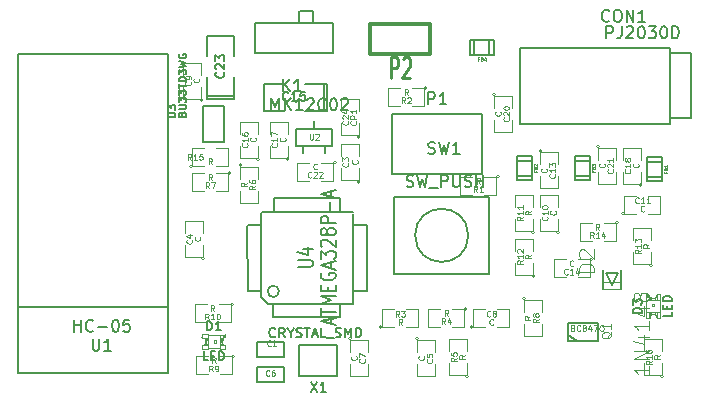
<source format=gto>
G04 (created by PCBNEW (2013-jul-07)-stable) date 31.10.2015 (сб) 21,36,55 EET*
%MOIN*%
G04 Gerber Fmt 3.4, Leading zero omitted, Abs format*
%FSLAX34Y34*%
G01*
G70*
G90*
G04 APERTURE LIST*
%ADD10C,0.00590551*%
%ADD11C,0.006*%
%ADD12C,0.005*%
%ADD13C,0.0039*%
%ADD14C,0.008*%
%ADD15C,0.0026*%
%ADD16C,0.004*%
%ADD17C,0.002*%
%ADD18C,0.012*%
%ADD19C,0.003*%
%ADD20C,0.0043*%
%ADD21C,0.0035*%
%ADD22C,0.0024*%
%ADD23C,0.0107*%
%ADD24C,0.0045*%
G04 APERTURE END LIST*
G54D10*
G54D11*
X52231Y-41720D02*
X52231Y-42170D01*
X50051Y-41720D02*
X50051Y-42160D01*
X52231Y-41720D02*
X50051Y-41720D01*
X52701Y-42600D02*
X53131Y-42600D01*
X52711Y-44810D02*
X53131Y-44810D01*
X53131Y-44820D02*
X53141Y-42600D01*
X49161Y-44800D02*
X49151Y-42630D01*
X49851Y-45230D02*
X52681Y-45230D01*
X49161Y-42620D02*
X49571Y-42620D01*
X49611Y-44980D02*
X49611Y-42200D01*
X52691Y-42180D02*
X49651Y-42180D01*
X52691Y-45230D02*
X52691Y-42230D01*
X50021Y-45680D02*
X52241Y-45680D01*
X52241Y-45680D02*
X52241Y-45230D01*
X49841Y-45226D02*
X49611Y-44996D01*
X50021Y-45678D02*
X50021Y-45226D01*
X49611Y-44800D02*
X49159Y-44800D01*
X50204Y-44818D02*
G75*
G03X50204Y-44818I-188J0D01*
G74*
G01*
G54D12*
X60154Y-46481D02*
X59854Y-46281D01*
X60854Y-46481D02*
X59829Y-46481D01*
X59829Y-46481D02*
X59829Y-45881D01*
X59829Y-45881D02*
X60854Y-45881D01*
X60854Y-45881D02*
X60854Y-46481D01*
X51752Y-39960D02*
X51752Y-40220D01*
X51002Y-39960D02*
X51002Y-40220D01*
X51377Y-39410D02*
X51377Y-39150D01*
X50787Y-39410D02*
X51967Y-39410D01*
X51967Y-39410D02*
X51967Y-39960D01*
X51967Y-39960D02*
X50787Y-39960D01*
X50787Y-39960D02*
X50787Y-39410D01*
G54D13*
X62318Y-41279D02*
G75*
G03X62318Y-41279I-50J0D01*
G74*
G01*
X62268Y-40829D02*
X62268Y-41229D01*
X62268Y-41229D02*
X61668Y-41229D01*
X61668Y-41229D02*
X61668Y-40829D01*
X61668Y-40429D02*
X61668Y-40029D01*
X61668Y-40029D02*
X62268Y-40029D01*
X62268Y-40029D02*
X62268Y-40429D01*
X52117Y-40526D02*
G75*
G03X52117Y-40526I-50J0D01*
G74*
G01*
X51617Y-40526D02*
X52017Y-40526D01*
X52017Y-40526D02*
X52017Y-41126D01*
X52017Y-41126D02*
X51617Y-41126D01*
X51217Y-41126D02*
X50817Y-41126D01*
X50817Y-41126D02*
X50817Y-40526D01*
X50817Y-40526D02*
X51217Y-40526D01*
X50546Y-40413D02*
G75*
G03X50546Y-40413I-50J0D01*
G74*
G01*
X50496Y-39963D02*
X50496Y-40363D01*
X50496Y-40363D02*
X49896Y-40363D01*
X49896Y-40363D02*
X49896Y-39963D01*
X49896Y-39563D02*
X49896Y-39163D01*
X49896Y-39163D02*
X50496Y-39163D01*
X50496Y-39163D02*
X50496Y-39563D01*
X47313Y-40654D02*
G75*
G03X47313Y-40654I-50J0D01*
G74*
G01*
X47713Y-40654D02*
X47313Y-40654D01*
X47313Y-40654D02*
X47313Y-40054D01*
X47313Y-40054D02*
X47713Y-40054D01*
X48113Y-40054D02*
X48513Y-40054D01*
X48513Y-40054D02*
X48513Y-40654D01*
X48513Y-40654D02*
X48113Y-40654D01*
X49562Y-40413D02*
G75*
G03X49562Y-40413I-50J0D01*
G74*
G01*
X49512Y-39963D02*
X49512Y-40363D01*
X49512Y-40363D02*
X48912Y-40363D01*
X48912Y-40363D02*
X48912Y-39963D01*
X48912Y-39563D02*
X48912Y-39163D01*
X48912Y-39163D02*
X49512Y-39163D01*
X49512Y-39163D02*
X49512Y-39563D01*
X47712Y-43720D02*
G75*
G03X47712Y-43720I-50J0D01*
G74*
G01*
X47662Y-43270D02*
X47662Y-43670D01*
X47662Y-43670D02*
X47062Y-43670D01*
X47062Y-43670D02*
X47062Y-43270D01*
X47062Y-42870D02*
X47062Y-42470D01*
X47062Y-42470D02*
X47662Y-42470D01*
X47662Y-42470D02*
X47662Y-42870D01*
X57550Y-40999D02*
G75*
G03X57550Y-40999I-50J0D01*
G74*
G01*
X57050Y-40999D02*
X57450Y-40999D01*
X57450Y-40999D02*
X57450Y-41599D01*
X57450Y-41599D02*
X57050Y-41599D01*
X56650Y-41599D02*
X56250Y-41599D01*
X56250Y-41599D02*
X56250Y-40999D01*
X56250Y-40999D02*
X56650Y-40999D01*
X61526Y-42534D02*
G75*
G03X61526Y-42534I-50J0D01*
G74*
G01*
X61026Y-42534D02*
X61426Y-42534D01*
X61426Y-42534D02*
X61426Y-43134D01*
X61426Y-43134D02*
X61026Y-43134D01*
X60626Y-43134D02*
X60226Y-43134D01*
X60226Y-43134D02*
X60226Y-42534D01*
X60226Y-42534D02*
X60626Y-42534D01*
X52909Y-39665D02*
G75*
G03X52909Y-39665I-50J0D01*
G74*
G01*
X52859Y-39215D02*
X52859Y-39615D01*
X52859Y-39615D02*
X52259Y-39615D01*
X52259Y-39615D02*
X52259Y-39215D01*
X52259Y-38815D02*
X52259Y-38415D01*
X52259Y-38415D02*
X52859Y-38415D01*
X52859Y-38415D02*
X52859Y-38815D01*
X57427Y-38247D02*
G75*
G03X57427Y-38247I-50J0D01*
G74*
G01*
X57377Y-38697D02*
X57377Y-38297D01*
X57377Y-38297D02*
X57977Y-38297D01*
X57977Y-38297D02*
X57977Y-38697D01*
X57977Y-39097D02*
X57977Y-39497D01*
X57977Y-39497D02*
X57377Y-39497D01*
X57377Y-39497D02*
X57377Y-39097D01*
X60891Y-39979D02*
G75*
G03X60891Y-39979I-50J0D01*
G74*
G01*
X60841Y-40429D02*
X60841Y-40029D01*
X60841Y-40029D02*
X61441Y-40029D01*
X61441Y-40029D02*
X61441Y-40429D01*
X61441Y-40829D02*
X61441Y-41229D01*
X61441Y-41229D02*
X60841Y-41229D01*
X60841Y-41229D02*
X60841Y-40829D01*
X58962Y-40137D02*
G75*
G03X58962Y-40137I-50J0D01*
G74*
G01*
X58912Y-40587D02*
X58912Y-40187D01*
X58912Y-40187D02*
X59512Y-40187D01*
X59512Y-40187D02*
X59512Y-40587D01*
X59512Y-40987D02*
X59512Y-41387D01*
X59512Y-41387D02*
X58912Y-41387D01*
X58912Y-41387D02*
X58912Y-40987D01*
X61722Y-42229D02*
G75*
G03X61722Y-42229I-50J0D01*
G74*
G01*
X62122Y-42229D02*
X61722Y-42229D01*
X61722Y-42229D02*
X61722Y-41629D01*
X61722Y-41629D02*
X62122Y-41629D01*
X62522Y-41629D02*
X62922Y-41629D01*
X62922Y-41629D02*
X62922Y-42229D01*
X62922Y-42229D02*
X62522Y-42229D01*
X60660Y-43755D02*
G75*
G03X60660Y-43755I-50J0D01*
G74*
G01*
X60160Y-43755D02*
X60560Y-43755D01*
X60560Y-43755D02*
X60560Y-44355D01*
X60560Y-44355D02*
X60160Y-44355D01*
X59760Y-44355D02*
X59360Y-44355D01*
X59360Y-44355D02*
X59360Y-43755D01*
X59360Y-43755D02*
X59760Y-43755D01*
X48962Y-40609D02*
G75*
G03X48962Y-40609I-50J0D01*
G74*
G01*
X48912Y-41059D02*
X48912Y-40659D01*
X48912Y-40659D02*
X49512Y-40659D01*
X49512Y-40659D02*
X49512Y-41059D01*
X49512Y-41459D02*
X49512Y-41859D01*
X49512Y-41859D02*
X48912Y-41859D01*
X48912Y-41859D02*
X48912Y-41459D01*
X48613Y-40881D02*
G75*
G03X48613Y-40881I-50J0D01*
G74*
G01*
X48113Y-40881D02*
X48513Y-40881D01*
X48513Y-40881D02*
X48513Y-41481D01*
X48513Y-41481D02*
X48113Y-41481D01*
X47713Y-41481D02*
X47313Y-41481D01*
X47313Y-41481D02*
X47313Y-40881D01*
X47313Y-40881D02*
X47713Y-40881D01*
X54868Y-46397D02*
G75*
G03X54868Y-46397I-50J0D01*
G74*
G01*
X54818Y-46847D02*
X54818Y-46447D01*
X54818Y-46447D02*
X55418Y-46447D01*
X55418Y-46447D02*
X55418Y-46847D01*
X55418Y-47247D02*
X55418Y-47647D01*
X55418Y-47647D02*
X54818Y-47647D01*
X54818Y-47647D02*
X54818Y-47247D01*
X47672Y-38445D02*
G75*
G03X47672Y-38445I-50J0D01*
G74*
G01*
X47622Y-37995D02*
X47622Y-38395D01*
X47622Y-38395D02*
X47022Y-38395D01*
X47022Y-38395D02*
X47022Y-37995D01*
X47022Y-37595D02*
X47022Y-37195D01*
X47022Y-37195D02*
X47622Y-37195D01*
X47622Y-37195D02*
X47622Y-37595D01*
X48692Y-45251D02*
G75*
G03X48692Y-45251I-50J0D01*
G74*
G01*
X48192Y-45251D02*
X48592Y-45251D01*
X48592Y-45251D02*
X48592Y-45851D01*
X48592Y-45851D02*
X48192Y-45851D01*
X47792Y-45851D02*
X47392Y-45851D01*
X47392Y-45851D02*
X47392Y-45251D01*
X47392Y-45251D02*
X47792Y-45251D01*
X52624Y-46397D02*
G75*
G03X52624Y-46397I-50J0D01*
G74*
G01*
X52574Y-46847D02*
X52574Y-46447D01*
X52574Y-46447D02*
X53174Y-46447D01*
X53174Y-46447D02*
X53174Y-46847D01*
X53174Y-47247D02*
X53174Y-47647D01*
X53174Y-47647D02*
X52574Y-47647D01*
X52574Y-47647D02*
X52574Y-47247D01*
X55148Y-38046D02*
G75*
G03X55148Y-38046I-50J0D01*
G74*
G01*
X54648Y-38046D02*
X55048Y-38046D01*
X55048Y-38046D02*
X55048Y-38646D01*
X55048Y-38646D02*
X54648Y-38646D01*
X54248Y-38646D02*
X53848Y-38646D01*
X53848Y-38646D02*
X53848Y-38046D01*
X53848Y-38046D02*
X54248Y-38046D01*
X52909Y-41161D02*
G75*
G03X52909Y-41161I-50J0D01*
G74*
G01*
X52859Y-40711D02*
X52859Y-41111D01*
X52859Y-41111D02*
X52259Y-41111D01*
X52259Y-41111D02*
X52259Y-40711D01*
X52259Y-40311D02*
X52259Y-39911D01*
X52259Y-39911D02*
X52859Y-39911D01*
X52859Y-39911D02*
X52859Y-40311D01*
X48731Y-46983D02*
G75*
G03X48731Y-46983I-50J0D01*
G74*
G01*
X48231Y-46983D02*
X48631Y-46983D01*
X48631Y-46983D02*
X48631Y-47583D01*
X48631Y-47583D02*
X48231Y-47583D01*
X47831Y-47583D02*
X47431Y-47583D01*
X47431Y-47583D02*
X47431Y-46983D01*
X47431Y-46983D02*
X47831Y-46983D01*
X58735Y-42854D02*
G75*
G03X58735Y-42854I-50J0D01*
G74*
G01*
X58685Y-42404D02*
X58685Y-42804D01*
X58685Y-42804D02*
X58085Y-42804D01*
X58085Y-42804D02*
X58085Y-42404D01*
X58085Y-42004D02*
X58085Y-41604D01*
X58085Y-41604D02*
X58685Y-41604D01*
X58685Y-41604D02*
X58685Y-42004D01*
X58735Y-44311D02*
G75*
G03X58735Y-44311I-50J0D01*
G74*
G01*
X58685Y-43861D02*
X58685Y-44261D01*
X58685Y-44261D02*
X58085Y-44261D01*
X58085Y-44261D02*
X58085Y-43861D01*
X58085Y-43461D02*
X58085Y-43061D01*
X58085Y-43061D02*
X58685Y-43061D01*
X58685Y-43061D02*
X58685Y-43461D01*
X59562Y-42854D02*
G75*
G03X59562Y-42854I-50J0D01*
G74*
G01*
X59512Y-42404D02*
X59512Y-42804D01*
X59512Y-42804D02*
X58912Y-42804D01*
X58912Y-42804D02*
X58912Y-42404D01*
X58912Y-42004D02*
X58912Y-41604D01*
X58912Y-41604D02*
X59512Y-41604D01*
X59512Y-41604D02*
X59512Y-42004D01*
X58411Y-45058D02*
G75*
G03X58411Y-45058I-50J0D01*
G74*
G01*
X58361Y-45508D02*
X58361Y-45108D01*
X58361Y-45108D02*
X58961Y-45108D01*
X58961Y-45108D02*
X58961Y-45508D01*
X58961Y-45908D02*
X58961Y-46308D01*
X58961Y-46308D02*
X58361Y-46308D01*
X58361Y-46308D02*
X58361Y-45908D01*
X62672Y-43957D02*
G75*
G03X62672Y-43957I-50J0D01*
G74*
G01*
X62622Y-43507D02*
X62622Y-43907D01*
X62622Y-43907D02*
X62022Y-43907D01*
X62022Y-43907D02*
X62022Y-43507D01*
X62022Y-43107D02*
X62022Y-42707D01*
X62022Y-42707D02*
X62622Y-42707D01*
X62622Y-42707D02*
X62622Y-43107D01*
X56683Y-46008D02*
G75*
G03X56683Y-46008I-50J0D01*
G74*
G01*
X57083Y-46008D02*
X56683Y-46008D01*
X56683Y-46008D02*
X56683Y-45408D01*
X56683Y-45408D02*
X57083Y-45408D01*
X57483Y-45408D02*
X57883Y-45408D01*
X57883Y-45408D02*
X57883Y-46008D01*
X57883Y-46008D02*
X57483Y-46008D01*
X56487Y-45408D02*
G75*
G03X56487Y-45408I-50J0D01*
G74*
G01*
X55987Y-45408D02*
X56387Y-45408D01*
X56387Y-45408D02*
X56387Y-46008D01*
X56387Y-46008D02*
X55987Y-46008D01*
X55587Y-46008D02*
X55187Y-46008D01*
X55187Y-46008D02*
X55187Y-45408D01*
X55187Y-45408D02*
X55587Y-45408D01*
X56531Y-47657D02*
G75*
G03X56531Y-47657I-50J0D01*
G74*
G01*
X56481Y-47207D02*
X56481Y-47607D01*
X56481Y-47607D02*
X55881Y-47607D01*
X55881Y-47607D02*
X55881Y-47207D01*
X55881Y-46807D02*
X55881Y-46407D01*
X55881Y-46407D02*
X56481Y-46407D01*
X56481Y-46407D02*
X56481Y-46807D01*
X53651Y-46008D02*
G75*
G03X53651Y-46008I-50J0D01*
G74*
G01*
X54051Y-46008D02*
X53651Y-46008D01*
X53651Y-46008D02*
X53651Y-45408D01*
X53651Y-45408D02*
X54051Y-45408D01*
X54451Y-45408D02*
X54851Y-45408D01*
X54851Y-45408D02*
X54851Y-46008D01*
X54851Y-46008D02*
X54451Y-46008D01*
G54D10*
X63937Y-39055D02*
X63228Y-39055D01*
X63228Y-36889D02*
X63937Y-36889D01*
X63937Y-36889D02*
X63937Y-39055D01*
X58228Y-36692D02*
X58228Y-39251D01*
X58228Y-36692D02*
X63228Y-36692D01*
X63228Y-36692D02*
X63228Y-39251D01*
X63228Y-39251D02*
X58228Y-39251D01*
G54D14*
X56972Y-40921D02*
X53972Y-40921D01*
X53972Y-38921D02*
X56972Y-38921D01*
X56972Y-38921D02*
X56972Y-40921D01*
X53972Y-40921D02*
X53972Y-38921D01*
X61604Y-44744D02*
X61604Y-44104D01*
X60994Y-44744D02*
X60994Y-44114D01*
X60994Y-44114D02*
X60994Y-44109D01*
G54D15*
X61609Y-44749D02*
X61609Y-44509D01*
X61609Y-44509D02*
X60989Y-44509D01*
X60989Y-44749D02*
X60989Y-44509D01*
X61609Y-44749D02*
X60989Y-44749D01*
G54D14*
X61103Y-44213D02*
X61299Y-44605D01*
X61299Y-44605D02*
X61495Y-44213D01*
X61495Y-44213D02*
X61103Y-44213D01*
G54D15*
X48227Y-46614D02*
X48227Y-46742D01*
X48227Y-46742D02*
X48424Y-46742D01*
X48424Y-46614D02*
X48424Y-46742D01*
X48227Y-46614D02*
X48424Y-46614D01*
X48227Y-46369D02*
X48227Y-46428D01*
X48227Y-46428D02*
X48326Y-46428D01*
X48326Y-46369D02*
X48326Y-46428D01*
X48227Y-46369D02*
X48326Y-46369D01*
X48227Y-46564D02*
X48227Y-46623D01*
X48227Y-46623D02*
X48326Y-46623D01*
X48326Y-46564D02*
X48326Y-46623D01*
X48227Y-46564D02*
X48326Y-46564D01*
X48227Y-46418D02*
X48227Y-46574D01*
X48227Y-46574D02*
X48296Y-46574D01*
X48296Y-46418D02*
X48296Y-46574D01*
X48227Y-46418D02*
X48296Y-46418D01*
X47638Y-46614D02*
X47638Y-46742D01*
X47638Y-46742D02*
X47835Y-46742D01*
X47835Y-46614D02*
X47835Y-46742D01*
X47638Y-46614D02*
X47835Y-46614D01*
X47638Y-46250D02*
X47638Y-46378D01*
X47638Y-46378D02*
X47835Y-46378D01*
X47835Y-46250D02*
X47835Y-46378D01*
X47638Y-46250D02*
X47835Y-46250D01*
X47736Y-46564D02*
X47736Y-46623D01*
X47736Y-46623D02*
X47835Y-46623D01*
X47835Y-46564D02*
X47835Y-46623D01*
X47736Y-46564D02*
X47835Y-46564D01*
X47736Y-46369D02*
X47736Y-46428D01*
X47736Y-46428D02*
X47835Y-46428D01*
X47835Y-46369D02*
X47835Y-46428D01*
X47736Y-46369D02*
X47835Y-46369D01*
X47766Y-46418D02*
X47766Y-46574D01*
X47766Y-46574D02*
X47835Y-46574D01*
X47835Y-46418D02*
X47835Y-46574D01*
X47766Y-46418D02*
X47835Y-46418D01*
X48031Y-46457D02*
X48031Y-46535D01*
X48031Y-46535D02*
X48109Y-46535D01*
X48109Y-46457D02*
X48109Y-46535D01*
X48031Y-46457D02*
X48109Y-46457D01*
X48227Y-46260D02*
X48227Y-46378D01*
X48227Y-46378D02*
X48345Y-46378D01*
X48345Y-46260D02*
X48345Y-46378D01*
X48227Y-46260D02*
X48345Y-46260D01*
X48395Y-46250D02*
X48395Y-46339D01*
X48395Y-46339D02*
X48424Y-46339D01*
X48424Y-46250D02*
X48424Y-46339D01*
X48395Y-46250D02*
X48424Y-46250D01*
G54D16*
X48237Y-46722D02*
X47825Y-46722D01*
X47835Y-46270D02*
X48395Y-46270D01*
G54D17*
X48393Y-46319D02*
G75*
G03X48393Y-46319I-28J0D01*
G74*
G01*
G54D16*
X48424Y-46359D02*
G75*
G03X48424Y-46633I0J-137D01*
G74*
G01*
X47638Y-46633D02*
G75*
G03X47638Y-46359I0J137D01*
G74*
G01*
G54D10*
X46500Y-45334D02*
X41500Y-45334D01*
X46500Y-47539D02*
X46500Y-36909D01*
X46500Y-36909D02*
X41500Y-36909D01*
X41500Y-36909D02*
X41500Y-47539D01*
X46500Y-47539D02*
X41500Y-47539D01*
X52125Y-47637D02*
X50866Y-47637D01*
X50866Y-47637D02*
X50866Y-46614D01*
X50866Y-46614D02*
X52125Y-46614D01*
X52125Y-46614D02*
X52125Y-47637D01*
G54D12*
X56718Y-36942D02*
X56718Y-36442D01*
X57218Y-36942D02*
X57218Y-36452D01*
X57368Y-36942D02*
X56568Y-36942D01*
X56568Y-36942D02*
X56568Y-36442D01*
X56568Y-36442D02*
X57368Y-36442D01*
X57368Y-36442D02*
X57368Y-36942D01*
X60564Y-40958D02*
X60064Y-40958D01*
X60564Y-40458D02*
X60074Y-40458D01*
X60564Y-40308D02*
X60564Y-41108D01*
X60564Y-41108D02*
X60064Y-41108D01*
X60064Y-41108D02*
X60064Y-40308D01*
X60064Y-40308D02*
X60564Y-40308D01*
X58635Y-40958D02*
X58135Y-40958D01*
X58635Y-40458D02*
X58145Y-40458D01*
X58635Y-40308D02*
X58635Y-41108D01*
X58635Y-41108D02*
X58135Y-41108D01*
X58135Y-41108D02*
X58135Y-40308D01*
X58135Y-40308D02*
X58635Y-40308D01*
X62966Y-40998D02*
X62466Y-40998D01*
X62966Y-40498D02*
X62476Y-40498D01*
X62966Y-40348D02*
X62966Y-41148D01*
X62966Y-41148D02*
X62466Y-41148D01*
X62466Y-41148D02*
X62466Y-40348D01*
X62466Y-40348D02*
X62966Y-40348D01*
X47681Y-38651D02*
X48381Y-38651D01*
X48381Y-38651D02*
X48381Y-39851D01*
X48381Y-39851D02*
X47681Y-39851D01*
X47681Y-39851D02*
X47681Y-38651D01*
G54D18*
X55251Y-35917D02*
X55251Y-36917D01*
X55251Y-36917D02*
X53251Y-36917D01*
X53251Y-36917D02*
X53251Y-35917D01*
X53251Y-35917D02*
X55251Y-35917D01*
G54D10*
X51338Y-35866D02*
X51338Y-35511D01*
X51338Y-35511D02*
X51299Y-35472D01*
X51299Y-35472D02*
X50905Y-35472D01*
X50905Y-35472D02*
X50866Y-35511D01*
X50866Y-35511D02*
X50866Y-35866D01*
X52007Y-36889D02*
X49409Y-36889D01*
X49409Y-36889D02*
X49409Y-35866D01*
X49409Y-35866D02*
X51968Y-35866D01*
X51968Y-35866D02*
X52007Y-35866D01*
X52007Y-35866D02*
X52007Y-36889D01*
G54D12*
X51708Y-38796D02*
X51808Y-38796D01*
X51808Y-38796D02*
X51808Y-37896D01*
X51808Y-37896D02*
X51708Y-37896D01*
X51708Y-38796D02*
X51708Y-37896D01*
X51708Y-37896D02*
X51058Y-37896D01*
X50358Y-38796D02*
X49708Y-38796D01*
X49708Y-38796D02*
X49708Y-37896D01*
X49708Y-37896D02*
X50358Y-37896D01*
X51058Y-38796D02*
X51708Y-38796D01*
X47817Y-38322D02*
X47817Y-38422D01*
X47817Y-38422D02*
X48717Y-38422D01*
X48717Y-38422D02*
X48717Y-38322D01*
X47817Y-38322D02*
X48717Y-38322D01*
X48717Y-38322D02*
X48717Y-37672D01*
X47817Y-36972D02*
X47817Y-36322D01*
X47817Y-36322D02*
X48717Y-36322D01*
X48717Y-36322D02*
X48717Y-36972D01*
X47817Y-37672D02*
X47817Y-38322D01*
G54D10*
X56515Y-42952D02*
G75*
G03X56515Y-42952I-885J0D01*
G74*
G01*
X54055Y-41673D02*
X54055Y-44232D01*
X54055Y-44232D02*
X57204Y-44232D01*
X57204Y-44232D02*
X57204Y-41673D01*
X57204Y-41673D02*
X54055Y-41673D01*
G54D13*
X63027Y-47657D02*
G75*
G03X63027Y-47657I-50J0D01*
G74*
G01*
X62977Y-47207D02*
X62977Y-47607D01*
X62977Y-47607D02*
X62377Y-47607D01*
X62377Y-47607D02*
X62377Y-47207D01*
X62377Y-46807D02*
X62377Y-46407D01*
X62377Y-46407D02*
X62977Y-46407D01*
X62977Y-46407D02*
X62977Y-46807D01*
G54D15*
X62795Y-45118D02*
X62923Y-45118D01*
X62923Y-45118D02*
X62923Y-44921D01*
X62795Y-44921D02*
X62923Y-44921D01*
X62795Y-45118D02*
X62795Y-44921D01*
X62550Y-45118D02*
X62609Y-45118D01*
X62609Y-45118D02*
X62609Y-45019D01*
X62550Y-45019D02*
X62609Y-45019D01*
X62550Y-45118D02*
X62550Y-45019D01*
X62745Y-45118D02*
X62804Y-45118D01*
X62804Y-45118D02*
X62804Y-45019D01*
X62745Y-45019D02*
X62804Y-45019D01*
X62745Y-45118D02*
X62745Y-45019D01*
X62599Y-45118D02*
X62755Y-45118D01*
X62755Y-45118D02*
X62755Y-45049D01*
X62599Y-45049D02*
X62755Y-45049D01*
X62599Y-45118D02*
X62599Y-45049D01*
X62795Y-45707D02*
X62923Y-45707D01*
X62923Y-45707D02*
X62923Y-45510D01*
X62795Y-45510D02*
X62923Y-45510D01*
X62795Y-45707D02*
X62795Y-45510D01*
X62431Y-45707D02*
X62559Y-45707D01*
X62559Y-45707D02*
X62559Y-45510D01*
X62431Y-45510D02*
X62559Y-45510D01*
X62431Y-45707D02*
X62431Y-45510D01*
X62745Y-45609D02*
X62804Y-45609D01*
X62804Y-45609D02*
X62804Y-45510D01*
X62745Y-45510D02*
X62804Y-45510D01*
X62745Y-45609D02*
X62745Y-45510D01*
X62550Y-45609D02*
X62609Y-45609D01*
X62609Y-45609D02*
X62609Y-45510D01*
X62550Y-45510D02*
X62609Y-45510D01*
X62550Y-45609D02*
X62550Y-45510D01*
X62599Y-45579D02*
X62755Y-45579D01*
X62755Y-45579D02*
X62755Y-45510D01*
X62599Y-45510D02*
X62755Y-45510D01*
X62599Y-45579D02*
X62599Y-45510D01*
X62638Y-45314D02*
X62716Y-45314D01*
X62716Y-45314D02*
X62716Y-45236D01*
X62638Y-45236D02*
X62716Y-45236D01*
X62638Y-45314D02*
X62638Y-45236D01*
X62441Y-45118D02*
X62559Y-45118D01*
X62559Y-45118D02*
X62559Y-45000D01*
X62441Y-45000D02*
X62559Y-45000D01*
X62441Y-45118D02*
X62441Y-45000D01*
X62431Y-44950D02*
X62520Y-44950D01*
X62520Y-44950D02*
X62520Y-44921D01*
X62431Y-44921D02*
X62520Y-44921D01*
X62431Y-44950D02*
X62431Y-44921D01*
G54D16*
X62903Y-45108D02*
X62903Y-45520D01*
X62451Y-45510D02*
X62451Y-44950D01*
G54D17*
X62528Y-44980D02*
G75*
G03X62528Y-44980I-28J0D01*
G74*
G01*
G54D16*
X62540Y-44921D02*
G75*
G03X62814Y-44921I137J0D01*
G74*
G01*
X62814Y-45707D02*
G75*
G03X62540Y-45707I-137J0D01*
G74*
G01*
G54D12*
X50371Y-47021D02*
X49471Y-47021D01*
X49471Y-47021D02*
X49471Y-46521D01*
X49471Y-46521D02*
X50371Y-46521D01*
X50371Y-46521D02*
X50371Y-47021D01*
X50371Y-47848D02*
X49471Y-47848D01*
X49471Y-47848D02*
X49471Y-47348D01*
X49471Y-47348D02*
X50371Y-47348D01*
X50371Y-47348D02*
X50371Y-47848D01*
G54D14*
X50844Y-44005D02*
X51248Y-44005D01*
X51296Y-43986D01*
X51320Y-43967D01*
X51344Y-43929D01*
X51344Y-43853D01*
X51320Y-43815D01*
X51296Y-43796D01*
X51248Y-43776D01*
X50844Y-43776D01*
X51010Y-43415D02*
X51344Y-43415D01*
X50820Y-43510D02*
X51177Y-43605D01*
X51177Y-43357D01*
X51951Y-45919D02*
X51951Y-45729D01*
X52094Y-45957D02*
X51594Y-45824D01*
X52094Y-45691D01*
X51594Y-45615D02*
X51594Y-45386D01*
X52094Y-45500D02*
X51594Y-45500D01*
X52094Y-45253D02*
X51594Y-45253D01*
X51951Y-45119D01*
X51594Y-44986D01*
X52094Y-44986D01*
X51832Y-44796D02*
X51832Y-44662D01*
X52094Y-44605D02*
X52094Y-44796D01*
X51594Y-44796D01*
X51594Y-44605D01*
X51617Y-44224D02*
X51594Y-44262D01*
X51594Y-44319D01*
X51617Y-44376D01*
X51665Y-44415D01*
X51713Y-44434D01*
X51808Y-44453D01*
X51879Y-44453D01*
X51975Y-44434D01*
X52022Y-44415D01*
X52070Y-44376D01*
X52094Y-44319D01*
X52094Y-44281D01*
X52070Y-44224D01*
X52046Y-44205D01*
X51879Y-44205D01*
X51879Y-44281D01*
X51951Y-44053D02*
X51951Y-43862D01*
X52094Y-44091D02*
X51594Y-43957D01*
X52094Y-43824D01*
X51594Y-43729D02*
X51594Y-43481D01*
X51784Y-43615D01*
X51784Y-43557D01*
X51808Y-43519D01*
X51832Y-43500D01*
X51879Y-43481D01*
X51998Y-43481D01*
X52046Y-43500D01*
X52070Y-43519D01*
X52094Y-43557D01*
X52094Y-43672D01*
X52070Y-43710D01*
X52046Y-43729D01*
X51641Y-43329D02*
X51617Y-43310D01*
X51594Y-43272D01*
X51594Y-43176D01*
X51617Y-43138D01*
X51641Y-43119D01*
X51689Y-43100D01*
X51736Y-43100D01*
X51808Y-43119D01*
X52094Y-43348D01*
X52094Y-43100D01*
X51808Y-42872D02*
X51784Y-42910D01*
X51760Y-42929D01*
X51713Y-42948D01*
X51689Y-42948D01*
X51641Y-42929D01*
X51617Y-42910D01*
X51594Y-42872D01*
X51594Y-42796D01*
X51617Y-42757D01*
X51641Y-42738D01*
X51689Y-42719D01*
X51713Y-42719D01*
X51760Y-42738D01*
X51784Y-42757D01*
X51808Y-42796D01*
X51808Y-42872D01*
X51832Y-42910D01*
X51856Y-42929D01*
X51903Y-42948D01*
X51998Y-42948D01*
X52046Y-42929D01*
X52070Y-42910D01*
X52094Y-42872D01*
X52094Y-42796D01*
X52070Y-42757D01*
X52046Y-42738D01*
X51998Y-42719D01*
X51903Y-42719D01*
X51856Y-42738D01*
X51832Y-42757D01*
X51808Y-42796D01*
X52094Y-42548D02*
X51594Y-42548D01*
X51594Y-42396D01*
X51617Y-42357D01*
X51641Y-42338D01*
X51689Y-42319D01*
X51760Y-42319D01*
X51808Y-42338D01*
X51832Y-42357D01*
X51856Y-42396D01*
X51856Y-42548D01*
X51903Y-42148D02*
X51903Y-41843D01*
X51951Y-41672D02*
X51951Y-41481D01*
X52094Y-41710D02*
X51594Y-41576D01*
X52094Y-41443D01*
G54D19*
X61291Y-46170D02*
X61277Y-46199D01*
X61248Y-46227D01*
X61205Y-46270D01*
X61191Y-46299D01*
X61191Y-46327D01*
X61262Y-46313D02*
X61248Y-46342D01*
X61219Y-46370D01*
X61162Y-46384D01*
X61062Y-46384D01*
X61005Y-46370D01*
X60977Y-46342D01*
X60962Y-46313D01*
X60962Y-46256D01*
X60977Y-46227D01*
X61005Y-46199D01*
X61062Y-46184D01*
X61162Y-46184D01*
X61219Y-46199D01*
X61248Y-46227D01*
X61262Y-46256D01*
X61262Y-46313D01*
X61262Y-45899D02*
X61262Y-46070D01*
X61262Y-45984D02*
X60962Y-45984D01*
X61005Y-46013D01*
X61034Y-46042D01*
X61048Y-46070D01*
X60008Y-46039D02*
X60036Y-46048D01*
X60045Y-46058D01*
X60054Y-46077D01*
X60054Y-46105D01*
X60045Y-46123D01*
X60036Y-46133D01*
X60017Y-46142D01*
X59942Y-46142D01*
X59942Y-45945D01*
X60008Y-45945D01*
X60026Y-45955D01*
X60036Y-45964D01*
X60045Y-45983D01*
X60045Y-46002D01*
X60036Y-46020D01*
X60026Y-46030D01*
X60008Y-46039D01*
X59942Y-46039D01*
X60251Y-46123D02*
X60242Y-46133D01*
X60214Y-46142D01*
X60195Y-46142D01*
X60167Y-46133D01*
X60148Y-46114D01*
X60139Y-46095D01*
X60130Y-46058D01*
X60130Y-46030D01*
X60139Y-45992D01*
X60148Y-45973D01*
X60167Y-45955D01*
X60195Y-45945D01*
X60214Y-45945D01*
X60242Y-45955D01*
X60251Y-45964D01*
X60364Y-46030D02*
X60345Y-46020D01*
X60336Y-46011D01*
X60327Y-45992D01*
X60327Y-45983D01*
X60336Y-45964D01*
X60345Y-45955D01*
X60364Y-45945D01*
X60402Y-45945D01*
X60420Y-45955D01*
X60430Y-45964D01*
X60439Y-45983D01*
X60439Y-45992D01*
X60430Y-46011D01*
X60420Y-46020D01*
X60402Y-46030D01*
X60364Y-46030D01*
X60345Y-46039D01*
X60336Y-46048D01*
X60327Y-46067D01*
X60327Y-46105D01*
X60336Y-46123D01*
X60345Y-46133D01*
X60364Y-46142D01*
X60402Y-46142D01*
X60420Y-46133D01*
X60430Y-46123D01*
X60439Y-46105D01*
X60439Y-46067D01*
X60430Y-46048D01*
X60420Y-46039D01*
X60402Y-46030D01*
X60608Y-46011D02*
X60608Y-46142D01*
X60561Y-45936D02*
X60514Y-46077D01*
X60636Y-46077D01*
X60692Y-45945D02*
X60824Y-45945D01*
X60739Y-46142D01*
X61011Y-46123D02*
X61002Y-46133D01*
X60974Y-46142D01*
X60955Y-46142D01*
X60927Y-46133D01*
X60908Y-46114D01*
X60899Y-46095D01*
X60889Y-46058D01*
X60889Y-46030D01*
X60899Y-45992D01*
X60908Y-45973D01*
X60927Y-45955D01*
X60955Y-45945D01*
X60974Y-45945D01*
X61002Y-45955D01*
X61011Y-45964D01*
G54D13*
X51227Y-39567D02*
X51227Y-39727D01*
X51237Y-39746D01*
X51246Y-39755D01*
X51265Y-39764D01*
X51302Y-39764D01*
X51321Y-39755D01*
X51331Y-39746D01*
X51340Y-39727D01*
X51340Y-39567D01*
X51424Y-39586D02*
X51434Y-39577D01*
X51453Y-39567D01*
X51499Y-39567D01*
X51518Y-39577D01*
X51528Y-39586D01*
X51537Y-39605D01*
X51537Y-39624D01*
X51528Y-39652D01*
X51415Y-39764D01*
X51537Y-39764D01*
G54D20*
X61904Y-40756D02*
X61913Y-40765D01*
X61923Y-40794D01*
X61923Y-40812D01*
X61913Y-40840D01*
X61895Y-40859D01*
X61876Y-40869D01*
X61838Y-40878D01*
X61810Y-40878D01*
X61773Y-40869D01*
X61754Y-40859D01*
X61735Y-40840D01*
X61726Y-40812D01*
X61726Y-40794D01*
X61735Y-40765D01*
X61745Y-40756D01*
X61923Y-40568D02*
X61923Y-40681D01*
X61923Y-40625D02*
X61726Y-40625D01*
X61754Y-40643D01*
X61773Y-40662D01*
X61782Y-40681D01*
X61810Y-40456D02*
X61801Y-40475D01*
X61791Y-40484D01*
X61773Y-40493D01*
X61763Y-40493D01*
X61745Y-40484D01*
X61735Y-40475D01*
X61726Y-40456D01*
X61726Y-40418D01*
X61735Y-40400D01*
X61745Y-40390D01*
X61763Y-40381D01*
X61773Y-40381D01*
X61791Y-40390D01*
X61801Y-40400D01*
X61810Y-40418D01*
X61810Y-40456D01*
X61820Y-40475D01*
X61829Y-40484D01*
X61848Y-40493D01*
X61885Y-40493D01*
X61904Y-40484D01*
X61913Y-40475D01*
X61923Y-40456D01*
X61923Y-40418D01*
X61913Y-40400D01*
X61904Y-40390D01*
X61885Y-40381D01*
X61848Y-40381D01*
X61829Y-40390D01*
X61820Y-40400D01*
X61810Y-40418D01*
X62179Y-40568D02*
X62188Y-40578D01*
X62198Y-40606D01*
X62198Y-40625D01*
X62188Y-40653D01*
X62170Y-40672D01*
X62151Y-40681D01*
X62113Y-40690D01*
X62085Y-40690D01*
X62048Y-40681D01*
X62029Y-40672D01*
X62010Y-40653D01*
X62001Y-40625D01*
X62001Y-40606D01*
X62010Y-40578D01*
X62020Y-40568D01*
X51290Y-41012D02*
X51281Y-41022D01*
X51253Y-41031D01*
X51234Y-41031D01*
X51206Y-41022D01*
X51187Y-41003D01*
X51178Y-40984D01*
X51168Y-40947D01*
X51168Y-40918D01*
X51178Y-40881D01*
X51187Y-40862D01*
X51206Y-40843D01*
X51234Y-40834D01*
X51253Y-40834D01*
X51281Y-40843D01*
X51290Y-40853D01*
X51365Y-40853D02*
X51375Y-40843D01*
X51393Y-40834D01*
X51440Y-40834D01*
X51459Y-40843D01*
X51468Y-40853D01*
X51478Y-40872D01*
X51478Y-40890D01*
X51468Y-40918D01*
X51356Y-41031D01*
X51478Y-41031D01*
X51553Y-40853D02*
X51562Y-40843D01*
X51581Y-40834D01*
X51628Y-40834D01*
X51647Y-40843D01*
X51656Y-40853D01*
X51665Y-40872D01*
X51665Y-40890D01*
X51656Y-40918D01*
X51543Y-41031D01*
X51665Y-41031D01*
X51478Y-40737D02*
X51468Y-40747D01*
X51440Y-40756D01*
X51422Y-40756D01*
X51393Y-40747D01*
X51375Y-40728D01*
X51365Y-40709D01*
X51356Y-40672D01*
X51356Y-40643D01*
X51365Y-40606D01*
X51375Y-40587D01*
X51393Y-40568D01*
X51422Y-40559D01*
X51440Y-40559D01*
X51468Y-40568D01*
X51478Y-40578D01*
X50132Y-39890D02*
X50142Y-39899D01*
X50151Y-39927D01*
X50151Y-39946D01*
X50142Y-39974D01*
X50123Y-39993D01*
X50104Y-40002D01*
X50067Y-40012D01*
X50039Y-40012D01*
X50001Y-40002D01*
X49982Y-39993D01*
X49963Y-39974D01*
X49954Y-39946D01*
X49954Y-39927D01*
X49963Y-39899D01*
X49973Y-39890D01*
X50151Y-39702D02*
X50151Y-39815D01*
X50151Y-39759D02*
X49954Y-39759D01*
X49982Y-39777D01*
X50001Y-39796D01*
X50010Y-39815D01*
X49954Y-39637D02*
X49954Y-39505D01*
X50151Y-39590D01*
X50407Y-39702D02*
X50417Y-39712D01*
X50426Y-39740D01*
X50426Y-39759D01*
X50417Y-39787D01*
X50398Y-39805D01*
X50379Y-39815D01*
X50342Y-39824D01*
X50314Y-39824D01*
X50276Y-39815D01*
X50257Y-39805D01*
X50238Y-39787D01*
X50229Y-39759D01*
X50229Y-39740D01*
X50238Y-39712D01*
X50248Y-39702D01*
X47286Y-40434D02*
X47221Y-40340D01*
X47174Y-40434D02*
X47174Y-40237D01*
X47249Y-40237D01*
X47267Y-40246D01*
X47277Y-40255D01*
X47286Y-40274D01*
X47286Y-40302D01*
X47277Y-40321D01*
X47267Y-40330D01*
X47249Y-40340D01*
X47174Y-40340D01*
X47474Y-40434D02*
X47361Y-40434D01*
X47418Y-40434D02*
X47418Y-40237D01*
X47399Y-40265D01*
X47380Y-40283D01*
X47361Y-40293D01*
X47652Y-40237D02*
X47558Y-40237D01*
X47549Y-40330D01*
X47558Y-40321D01*
X47577Y-40312D01*
X47624Y-40312D01*
X47643Y-40321D01*
X47652Y-40330D01*
X47661Y-40349D01*
X47661Y-40396D01*
X47652Y-40415D01*
X47643Y-40424D01*
X47624Y-40434D01*
X47577Y-40434D01*
X47558Y-40424D01*
X47549Y-40415D01*
X47974Y-40584D02*
X47908Y-40490D01*
X47861Y-40584D02*
X47861Y-40387D01*
X47936Y-40387D01*
X47955Y-40396D01*
X47964Y-40405D01*
X47974Y-40424D01*
X47974Y-40452D01*
X47964Y-40471D01*
X47955Y-40480D01*
X47936Y-40490D01*
X47861Y-40490D01*
X49148Y-39890D02*
X49157Y-39899D01*
X49167Y-39927D01*
X49167Y-39946D01*
X49157Y-39974D01*
X49139Y-39993D01*
X49120Y-40002D01*
X49082Y-40012D01*
X49054Y-40012D01*
X49017Y-40002D01*
X48998Y-39993D01*
X48979Y-39974D01*
X48970Y-39946D01*
X48970Y-39927D01*
X48979Y-39899D01*
X48989Y-39890D01*
X49167Y-39702D02*
X49167Y-39815D01*
X49167Y-39759D02*
X48970Y-39759D01*
X48998Y-39777D01*
X49017Y-39796D01*
X49026Y-39815D01*
X48970Y-39533D02*
X48970Y-39571D01*
X48979Y-39590D01*
X48989Y-39599D01*
X49017Y-39618D01*
X49054Y-39627D01*
X49129Y-39627D01*
X49148Y-39618D01*
X49157Y-39608D01*
X49167Y-39590D01*
X49167Y-39552D01*
X49157Y-39533D01*
X49148Y-39524D01*
X49129Y-39515D01*
X49082Y-39515D01*
X49064Y-39524D01*
X49054Y-39533D01*
X49045Y-39552D01*
X49045Y-39590D01*
X49054Y-39608D01*
X49064Y-39618D01*
X49082Y-39627D01*
X49423Y-39702D02*
X49432Y-39712D01*
X49442Y-39740D01*
X49442Y-39759D01*
X49432Y-39787D01*
X49414Y-39805D01*
X49395Y-39815D01*
X49357Y-39824D01*
X49329Y-39824D01*
X49292Y-39815D01*
X49273Y-39805D01*
X49254Y-39787D01*
X49245Y-39759D01*
X49245Y-39740D01*
X49254Y-39712D01*
X49264Y-39702D01*
X47298Y-43103D02*
X47307Y-43113D01*
X47316Y-43141D01*
X47316Y-43159D01*
X47307Y-43188D01*
X47288Y-43206D01*
X47270Y-43216D01*
X47232Y-43225D01*
X47204Y-43225D01*
X47166Y-43216D01*
X47148Y-43206D01*
X47129Y-43188D01*
X47119Y-43159D01*
X47119Y-43141D01*
X47129Y-43113D01*
X47138Y-43103D01*
X47185Y-42934D02*
X47316Y-42934D01*
X47110Y-42981D02*
X47251Y-43028D01*
X47251Y-42906D01*
X47573Y-43009D02*
X47582Y-43019D01*
X47591Y-43047D01*
X47591Y-43066D01*
X47582Y-43094D01*
X47563Y-43113D01*
X47545Y-43122D01*
X47507Y-43131D01*
X47479Y-43131D01*
X47441Y-43122D01*
X47423Y-43113D01*
X47404Y-43094D01*
X47394Y-43066D01*
X47394Y-43047D01*
X47404Y-43019D01*
X47413Y-43009D01*
X56817Y-41503D02*
X56751Y-41410D01*
X56704Y-41503D02*
X56704Y-41306D01*
X56780Y-41306D01*
X56798Y-41316D01*
X56808Y-41325D01*
X56817Y-41344D01*
X56817Y-41372D01*
X56808Y-41391D01*
X56798Y-41400D01*
X56780Y-41410D01*
X56704Y-41410D01*
X57005Y-41503D02*
X56892Y-41503D01*
X56948Y-41503D02*
X56948Y-41306D01*
X56930Y-41335D01*
X56911Y-41353D01*
X56892Y-41363D01*
X56911Y-41228D02*
X56845Y-41135D01*
X56798Y-41228D02*
X56798Y-41031D01*
X56873Y-41031D01*
X56892Y-41041D01*
X56901Y-41050D01*
X56911Y-41069D01*
X56911Y-41097D01*
X56901Y-41116D01*
X56892Y-41125D01*
X56873Y-41135D01*
X56798Y-41135D01*
X60700Y-43039D02*
X60634Y-42945D01*
X60587Y-43039D02*
X60587Y-42842D01*
X60662Y-42842D01*
X60681Y-42851D01*
X60690Y-42861D01*
X60700Y-42879D01*
X60700Y-42908D01*
X60690Y-42926D01*
X60681Y-42936D01*
X60662Y-42945D01*
X60587Y-42945D01*
X60887Y-43039D02*
X60775Y-43039D01*
X60831Y-43039D02*
X60831Y-42842D01*
X60812Y-42870D01*
X60793Y-42889D01*
X60775Y-42898D01*
X61056Y-42908D02*
X61056Y-43039D01*
X61009Y-42833D02*
X60962Y-42973D01*
X61084Y-42973D01*
X60887Y-42764D02*
X60822Y-42670D01*
X60775Y-42764D02*
X60775Y-42567D01*
X60850Y-42567D01*
X60868Y-42576D01*
X60878Y-42586D01*
X60887Y-42604D01*
X60887Y-42633D01*
X60878Y-42651D01*
X60868Y-42661D01*
X60850Y-42670D01*
X60775Y-42670D01*
X52495Y-39142D02*
X52504Y-39151D01*
X52513Y-39179D01*
X52513Y-39198D01*
X52504Y-39226D01*
X52485Y-39245D01*
X52466Y-39254D01*
X52429Y-39264D01*
X52401Y-39264D01*
X52363Y-39254D01*
X52344Y-39245D01*
X52326Y-39226D01*
X52316Y-39198D01*
X52316Y-39179D01*
X52326Y-39151D01*
X52335Y-39142D01*
X52335Y-39067D02*
X52326Y-39057D01*
X52316Y-39039D01*
X52316Y-38992D01*
X52326Y-38973D01*
X52335Y-38964D01*
X52354Y-38954D01*
X52373Y-38954D01*
X52401Y-38964D01*
X52513Y-39076D01*
X52513Y-38954D01*
X52382Y-38785D02*
X52513Y-38785D01*
X52307Y-38832D02*
X52448Y-38879D01*
X52448Y-38757D01*
X52770Y-39147D02*
X52779Y-39156D01*
X52788Y-39184D01*
X52788Y-39203D01*
X52779Y-39231D01*
X52760Y-39250D01*
X52741Y-39259D01*
X52704Y-39269D01*
X52676Y-39269D01*
X52638Y-39259D01*
X52619Y-39250D01*
X52601Y-39231D01*
X52591Y-39203D01*
X52591Y-39184D01*
X52601Y-39156D01*
X52610Y-39147D01*
X52788Y-39062D02*
X52591Y-39062D01*
X52591Y-38987D01*
X52601Y-38968D01*
X52610Y-38959D01*
X52629Y-38950D01*
X52657Y-38950D01*
X52676Y-38959D01*
X52685Y-38968D01*
X52694Y-38987D01*
X52694Y-39062D01*
X52788Y-38762D02*
X52788Y-38875D01*
X52788Y-38818D02*
X52591Y-38818D01*
X52619Y-38837D01*
X52638Y-38856D01*
X52648Y-38875D01*
X57863Y-39024D02*
X57872Y-39033D01*
X57881Y-39061D01*
X57881Y-39080D01*
X57872Y-39108D01*
X57853Y-39127D01*
X57834Y-39136D01*
X57797Y-39146D01*
X57769Y-39146D01*
X57731Y-39136D01*
X57713Y-39127D01*
X57694Y-39108D01*
X57684Y-39080D01*
X57684Y-39061D01*
X57694Y-39033D01*
X57703Y-39024D01*
X57703Y-38949D02*
X57694Y-38939D01*
X57684Y-38921D01*
X57684Y-38874D01*
X57694Y-38855D01*
X57703Y-38846D01*
X57722Y-38836D01*
X57741Y-38836D01*
X57769Y-38846D01*
X57881Y-38958D01*
X57881Y-38836D01*
X57684Y-38714D02*
X57684Y-38695D01*
X57694Y-38677D01*
X57703Y-38667D01*
X57722Y-38658D01*
X57759Y-38649D01*
X57806Y-38649D01*
X57844Y-38658D01*
X57863Y-38667D01*
X57872Y-38677D01*
X57881Y-38695D01*
X57881Y-38714D01*
X57872Y-38733D01*
X57863Y-38742D01*
X57844Y-38752D01*
X57806Y-38761D01*
X57759Y-38761D01*
X57722Y-38752D01*
X57703Y-38742D01*
X57694Y-38733D01*
X57684Y-38714D01*
X57588Y-38836D02*
X57597Y-38846D01*
X57606Y-38874D01*
X57606Y-38892D01*
X57597Y-38921D01*
X57578Y-38939D01*
X57559Y-38949D01*
X57522Y-38958D01*
X57494Y-38958D01*
X57456Y-38949D01*
X57438Y-38939D01*
X57419Y-38921D01*
X57409Y-38892D01*
X57409Y-38874D01*
X57419Y-38846D01*
X57428Y-38836D01*
X61327Y-40756D02*
X61337Y-40765D01*
X61346Y-40794D01*
X61346Y-40812D01*
X61337Y-40840D01*
X61318Y-40859D01*
X61299Y-40869D01*
X61262Y-40878D01*
X61233Y-40878D01*
X61196Y-40869D01*
X61177Y-40859D01*
X61158Y-40840D01*
X61149Y-40812D01*
X61149Y-40794D01*
X61158Y-40765D01*
X61168Y-40756D01*
X61168Y-40681D02*
X61158Y-40672D01*
X61149Y-40653D01*
X61149Y-40606D01*
X61158Y-40587D01*
X61168Y-40578D01*
X61186Y-40568D01*
X61205Y-40568D01*
X61233Y-40578D01*
X61346Y-40690D01*
X61346Y-40568D01*
X61346Y-40381D02*
X61346Y-40493D01*
X61346Y-40437D02*
X61149Y-40437D01*
X61177Y-40456D01*
X61196Y-40475D01*
X61205Y-40493D01*
X61052Y-40568D02*
X61062Y-40578D01*
X61071Y-40606D01*
X61071Y-40625D01*
X61062Y-40653D01*
X61043Y-40672D01*
X61024Y-40681D01*
X60987Y-40690D01*
X60958Y-40690D01*
X60921Y-40681D01*
X60902Y-40672D01*
X60883Y-40653D01*
X60874Y-40625D01*
X60874Y-40606D01*
X60883Y-40578D01*
X60893Y-40568D01*
X59398Y-40914D02*
X59407Y-40923D01*
X59417Y-40951D01*
X59417Y-40970D01*
X59407Y-40998D01*
X59389Y-41017D01*
X59370Y-41026D01*
X59332Y-41035D01*
X59304Y-41035D01*
X59267Y-41026D01*
X59248Y-41017D01*
X59229Y-40998D01*
X59220Y-40970D01*
X59220Y-40951D01*
X59229Y-40923D01*
X59239Y-40914D01*
X59417Y-40726D02*
X59417Y-40838D01*
X59417Y-40782D02*
X59220Y-40782D01*
X59248Y-40801D01*
X59267Y-40820D01*
X59276Y-40838D01*
X59220Y-40660D02*
X59220Y-40538D01*
X59295Y-40604D01*
X59295Y-40576D01*
X59304Y-40557D01*
X59314Y-40548D01*
X59332Y-40538D01*
X59379Y-40538D01*
X59398Y-40548D01*
X59407Y-40557D01*
X59417Y-40576D01*
X59417Y-40632D01*
X59407Y-40651D01*
X59398Y-40660D01*
X59123Y-40726D02*
X59132Y-40735D01*
X59142Y-40763D01*
X59142Y-40782D01*
X59132Y-40810D01*
X59114Y-40829D01*
X59095Y-40838D01*
X59057Y-40848D01*
X59029Y-40848D01*
X58992Y-40838D01*
X58973Y-40829D01*
X58954Y-40810D01*
X58945Y-40782D01*
X58945Y-40763D01*
X58954Y-40735D01*
X58964Y-40726D01*
X62196Y-41865D02*
X62186Y-41874D01*
X62158Y-41883D01*
X62139Y-41883D01*
X62111Y-41874D01*
X62093Y-41855D01*
X62083Y-41836D01*
X62074Y-41799D01*
X62074Y-41771D01*
X62083Y-41733D01*
X62093Y-41715D01*
X62111Y-41696D01*
X62139Y-41686D01*
X62158Y-41686D01*
X62186Y-41696D01*
X62196Y-41705D01*
X62383Y-41883D02*
X62271Y-41883D01*
X62327Y-41883D02*
X62327Y-41686D01*
X62308Y-41715D01*
X62290Y-41733D01*
X62271Y-41743D01*
X62571Y-41883D02*
X62458Y-41883D01*
X62515Y-41883D02*
X62515Y-41686D01*
X62496Y-41715D01*
X62477Y-41733D01*
X62458Y-41743D01*
X62383Y-42140D02*
X62374Y-42149D01*
X62346Y-42158D01*
X62327Y-42158D01*
X62299Y-42149D01*
X62280Y-42130D01*
X62271Y-42111D01*
X62261Y-42074D01*
X62261Y-42046D01*
X62271Y-42008D01*
X62280Y-41990D01*
X62299Y-41971D01*
X62327Y-41961D01*
X62346Y-41961D01*
X62374Y-41971D01*
X62383Y-41980D01*
X59833Y-44241D02*
X59824Y-44250D01*
X59796Y-44259D01*
X59777Y-44259D01*
X59749Y-44250D01*
X59730Y-44231D01*
X59721Y-44212D01*
X59712Y-44175D01*
X59712Y-44147D01*
X59721Y-44109D01*
X59730Y-44090D01*
X59749Y-44072D01*
X59777Y-44062D01*
X59796Y-44062D01*
X59824Y-44072D01*
X59833Y-44081D01*
X60021Y-44259D02*
X59909Y-44259D01*
X59965Y-44259D02*
X59965Y-44062D01*
X59946Y-44090D01*
X59927Y-44109D01*
X59909Y-44119D01*
X60190Y-44128D02*
X60190Y-44259D01*
X60143Y-44053D02*
X60096Y-44194D01*
X60218Y-44194D01*
X60021Y-43966D02*
X60012Y-43975D01*
X59984Y-43984D01*
X59965Y-43984D01*
X59937Y-43975D01*
X59918Y-43956D01*
X59909Y-43937D01*
X59899Y-43900D01*
X59899Y-43872D01*
X59909Y-43834D01*
X59918Y-43815D01*
X59937Y-43797D01*
X59965Y-43787D01*
X59984Y-43787D01*
X60012Y-43797D01*
X60021Y-43806D01*
X49417Y-41292D02*
X49323Y-41358D01*
X49417Y-41405D02*
X49220Y-41405D01*
X49220Y-41330D01*
X49229Y-41311D01*
X49239Y-41302D01*
X49257Y-41292D01*
X49286Y-41292D01*
X49304Y-41302D01*
X49314Y-41311D01*
X49323Y-41330D01*
X49323Y-41405D01*
X49220Y-41123D02*
X49220Y-41161D01*
X49229Y-41180D01*
X49239Y-41189D01*
X49267Y-41208D01*
X49304Y-41217D01*
X49379Y-41217D01*
X49398Y-41208D01*
X49407Y-41198D01*
X49417Y-41180D01*
X49417Y-41142D01*
X49407Y-41123D01*
X49398Y-41114D01*
X49379Y-41105D01*
X49332Y-41105D01*
X49314Y-41114D01*
X49304Y-41123D01*
X49295Y-41142D01*
X49295Y-41180D01*
X49304Y-41198D01*
X49314Y-41208D01*
X49332Y-41217D01*
X49142Y-41198D02*
X49048Y-41264D01*
X49142Y-41311D02*
X48945Y-41311D01*
X48945Y-41236D01*
X48954Y-41217D01*
X48964Y-41208D01*
X48982Y-41198D01*
X49011Y-41198D01*
X49029Y-41208D01*
X49039Y-41217D01*
X49048Y-41236D01*
X49048Y-41311D01*
X47880Y-41385D02*
X47814Y-41292D01*
X47767Y-41385D02*
X47767Y-41188D01*
X47843Y-41188D01*
X47861Y-41198D01*
X47871Y-41207D01*
X47880Y-41226D01*
X47880Y-41254D01*
X47871Y-41273D01*
X47861Y-41282D01*
X47843Y-41292D01*
X47767Y-41292D01*
X47946Y-41188D02*
X48077Y-41188D01*
X47993Y-41385D01*
X47974Y-41110D02*
X47908Y-41017D01*
X47861Y-41110D02*
X47861Y-40913D01*
X47936Y-40913D01*
X47955Y-40923D01*
X47964Y-40932D01*
X47974Y-40951D01*
X47974Y-40979D01*
X47964Y-40998D01*
X47955Y-41007D01*
X47936Y-41017D01*
X47861Y-41017D01*
X55304Y-47080D02*
X55313Y-47089D01*
X55322Y-47117D01*
X55322Y-47136D01*
X55313Y-47164D01*
X55294Y-47183D01*
X55275Y-47192D01*
X55238Y-47202D01*
X55210Y-47202D01*
X55172Y-47192D01*
X55153Y-47183D01*
X55135Y-47164D01*
X55125Y-47136D01*
X55125Y-47117D01*
X55135Y-47089D01*
X55144Y-47080D01*
X55125Y-46901D02*
X55125Y-46995D01*
X55219Y-47005D01*
X55210Y-46995D01*
X55200Y-46976D01*
X55200Y-46929D01*
X55210Y-46911D01*
X55219Y-46901D01*
X55238Y-46892D01*
X55285Y-46892D01*
X55304Y-46901D01*
X55313Y-46911D01*
X55322Y-46929D01*
X55322Y-46976D01*
X55313Y-46995D01*
X55304Y-47005D01*
X55029Y-46986D02*
X55038Y-46995D01*
X55047Y-47023D01*
X55047Y-47042D01*
X55038Y-47070D01*
X55019Y-47089D01*
X55000Y-47098D01*
X54963Y-47108D01*
X54935Y-47108D01*
X54897Y-47098D01*
X54878Y-47089D01*
X54860Y-47070D01*
X54850Y-47042D01*
X54850Y-47023D01*
X54860Y-46995D01*
X54869Y-46986D01*
X47258Y-37828D02*
X47268Y-37837D01*
X47277Y-37865D01*
X47277Y-37884D01*
X47268Y-37912D01*
X47249Y-37931D01*
X47230Y-37940D01*
X47193Y-37950D01*
X47165Y-37950D01*
X47127Y-37940D01*
X47108Y-37931D01*
X47089Y-37912D01*
X47080Y-37884D01*
X47080Y-37865D01*
X47089Y-37837D01*
X47099Y-37828D01*
X47277Y-37734D02*
X47277Y-37696D01*
X47268Y-37678D01*
X47258Y-37668D01*
X47230Y-37649D01*
X47193Y-37640D01*
X47118Y-37640D01*
X47099Y-37649D01*
X47089Y-37659D01*
X47080Y-37678D01*
X47080Y-37715D01*
X47089Y-37734D01*
X47099Y-37743D01*
X47118Y-37753D01*
X47165Y-37753D01*
X47183Y-37743D01*
X47193Y-37734D01*
X47202Y-37715D01*
X47202Y-37678D01*
X47193Y-37659D01*
X47183Y-37649D01*
X47165Y-37640D01*
X47533Y-37734D02*
X47543Y-37743D01*
X47552Y-37771D01*
X47552Y-37790D01*
X47543Y-37818D01*
X47524Y-37837D01*
X47505Y-37846D01*
X47468Y-37856D01*
X47440Y-37856D01*
X47402Y-37846D01*
X47383Y-37837D01*
X47364Y-37818D01*
X47355Y-37790D01*
X47355Y-37771D01*
X47364Y-37743D01*
X47374Y-37734D01*
X47865Y-45755D02*
X47799Y-45662D01*
X47752Y-45755D02*
X47752Y-45558D01*
X47827Y-45558D01*
X47846Y-45568D01*
X47856Y-45577D01*
X47865Y-45596D01*
X47865Y-45624D01*
X47856Y-45643D01*
X47846Y-45652D01*
X47827Y-45662D01*
X47752Y-45662D01*
X48053Y-45755D02*
X47940Y-45755D01*
X47996Y-45755D02*
X47996Y-45558D01*
X47978Y-45587D01*
X47959Y-45605D01*
X47940Y-45615D01*
X48175Y-45558D02*
X48193Y-45558D01*
X48212Y-45568D01*
X48221Y-45577D01*
X48231Y-45596D01*
X48240Y-45633D01*
X48240Y-45680D01*
X48231Y-45718D01*
X48221Y-45737D01*
X48212Y-45746D01*
X48193Y-45755D01*
X48175Y-45755D01*
X48156Y-45746D01*
X48146Y-45737D01*
X48137Y-45718D01*
X48128Y-45680D01*
X48128Y-45633D01*
X48137Y-45596D01*
X48146Y-45577D01*
X48156Y-45568D01*
X48175Y-45558D01*
X48053Y-45480D02*
X47987Y-45387D01*
X47940Y-45480D02*
X47940Y-45283D01*
X48015Y-45283D01*
X48034Y-45293D01*
X48043Y-45302D01*
X48053Y-45321D01*
X48053Y-45349D01*
X48043Y-45368D01*
X48034Y-45377D01*
X48015Y-45387D01*
X47940Y-45387D01*
X53059Y-47080D02*
X53069Y-47089D01*
X53078Y-47117D01*
X53078Y-47136D01*
X53069Y-47164D01*
X53050Y-47183D01*
X53031Y-47192D01*
X52994Y-47202D01*
X52966Y-47202D01*
X52928Y-47192D01*
X52909Y-47183D01*
X52891Y-47164D01*
X52881Y-47136D01*
X52881Y-47117D01*
X52891Y-47089D01*
X52900Y-47080D01*
X52881Y-47014D02*
X52881Y-46883D01*
X53078Y-46967D01*
X52784Y-46986D02*
X52794Y-46995D01*
X52803Y-47023D01*
X52803Y-47042D01*
X52794Y-47070D01*
X52775Y-47089D01*
X52756Y-47098D01*
X52719Y-47108D01*
X52691Y-47108D01*
X52653Y-47098D01*
X52634Y-47089D01*
X52616Y-47070D01*
X52606Y-47042D01*
X52606Y-47023D01*
X52616Y-46995D01*
X52625Y-46986D01*
X54415Y-38551D02*
X54350Y-38457D01*
X54303Y-38551D02*
X54303Y-38354D01*
X54378Y-38354D01*
X54397Y-38363D01*
X54406Y-38372D01*
X54415Y-38391D01*
X54415Y-38419D01*
X54406Y-38438D01*
X54397Y-38448D01*
X54378Y-38457D01*
X54303Y-38457D01*
X54491Y-38372D02*
X54500Y-38363D01*
X54519Y-38354D01*
X54566Y-38354D01*
X54584Y-38363D01*
X54594Y-38372D01*
X54603Y-38391D01*
X54603Y-38410D01*
X54594Y-38438D01*
X54481Y-38551D01*
X54603Y-38551D01*
X54509Y-38276D02*
X54444Y-38182D01*
X54397Y-38276D02*
X54397Y-38079D01*
X54472Y-38079D01*
X54491Y-38088D01*
X54500Y-38097D01*
X54509Y-38116D01*
X54509Y-38144D01*
X54500Y-38163D01*
X54491Y-38173D01*
X54472Y-38182D01*
X54397Y-38182D01*
X52495Y-40544D02*
X52504Y-40554D01*
X52513Y-40582D01*
X52513Y-40600D01*
X52504Y-40629D01*
X52485Y-40647D01*
X52466Y-40657D01*
X52429Y-40666D01*
X52401Y-40666D01*
X52363Y-40657D01*
X52344Y-40647D01*
X52326Y-40629D01*
X52316Y-40600D01*
X52316Y-40582D01*
X52326Y-40554D01*
X52335Y-40544D01*
X52316Y-40478D02*
X52316Y-40357D01*
X52391Y-40422D01*
X52391Y-40394D01*
X52401Y-40375D01*
X52410Y-40366D01*
X52429Y-40357D01*
X52476Y-40357D01*
X52495Y-40366D01*
X52504Y-40375D01*
X52513Y-40394D01*
X52513Y-40450D01*
X52504Y-40469D01*
X52495Y-40478D01*
X52816Y-40450D02*
X52826Y-40460D01*
X52835Y-40488D01*
X52835Y-40507D01*
X52826Y-40535D01*
X52807Y-40554D01*
X52788Y-40563D01*
X52751Y-40572D01*
X52723Y-40572D01*
X52685Y-40563D01*
X52666Y-40554D01*
X52648Y-40535D01*
X52638Y-40507D01*
X52638Y-40488D01*
X52648Y-40460D01*
X52657Y-40450D01*
X47998Y-47488D02*
X47932Y-47394D01*
X47886Y-47488D02*
X47886Y-47291D01*
X47961Y-47291D01*
X47979Y-47300D01*
X47989Y-47309D01*
X47998Y-47328D01*
X47998Y-47356D01*
X47989Y-47375D01*
X47979Y-47385D01*
X47961Y-47394D01*
X47886Y-47394D01*
X48092Y-47488D02*
X48129Y-47488D01*
X48148Y-47478D01*
X48158Y-47469D01*
X48176Y-47441D01*
X48186Y-47403D01*
X48186Y-47328D01*
X48176Y-47309D01*
X48167Y-47300D01*
X48148Y-47291D01*
X48111Y-47291D01*
X48092Y-47300D01*
X48083Y-47309D01*
X48073Y-47328D01*
X48073Y-47375D01*
X48083Y-47394D01*
X48092Y-47403D01*
X48111Y-47413D01*
X48148Y-47413D01*
X48167Y-47403D01*
X48176Y-47394D01*
X48186Y-47375D01*
X48092Y-47213D02*
X48026Y-47119D01*
X47979Y-47213D02*
X47979Y-47016D01*
X48054Y-47016D01*
X48073Y-47025D01*
X48083Y-47034D01*
X48092Y-47053D01*
X48092Y-47081D01*
X48083Y-47100D01*
X48073Y-47110D01*
X48054Y-47119D01*
X47979Y-47119D01*
X58340Y-42331D02*
X58246Y-42397D01*
X58340Y-42443D02*
X58143Y-42443D01*
X58143Y-42368D01*
X58152Y-42350D01*
X58162Y-42340D01*
X58181Y-42331D01*
X58209Y-42331D01*
X58227Y-42340D01*
X58237Y-42350D01*
X58246Y-42368D01*
X58246Y-42443D01*
X58340Y-42143D02*
X58340Y-42256D01*
X58340Y-42200D02*
X58143Y-42200D01*
X58171Y-42218D01*
X58190Y-42237D01*
X58199Y-42256D01*
X58340Y-41956D02*
X58340Y-42068D01*
X58340Y-42012D02*
X58143Y-42012D01*
X58171Y-42031D01*
X58190Y-42049D01*
X58199Y-42068D01*
X58615Y-42143D02*
X58521Y-42209D01*
X58615Y-42256D02*
X58418Y-42256D01*
X58418Y-42181D01*
X58427Y-42162D01*
X58437Y-42153D01*
X58456Y-42143D01*
X58484Y-42143D01*
X58502Y-42153D01*
X58512Y-42162D01*
X58521Y-42181D01*
X58521Y-42256D01*
X58340Y-43788D02*
X58246Y-43853D01*
X58340Y-43900D02*
X58143Y-43900D01*
X58143Y-43825D01*
X58152Y-43806D01*
X58162Y-43797D01*
X58181Y-43788D01*
X58209Y-43788D01*
X58227Y-43797D01*
X58237Y-43806D01*
X58246Y-43825D01*
X58246Y-43900D01*
X58340Y-43600D02*
X58340Y-43713D01*
X58340Y-43656D02*
X58143Y-43656D01*
X58171Y-43675D01*
X58190Y-43694D01*
X58199Y-43713D01*
X58162Y-43525D02*
X58152Y-43516D01*
X58143Y-43497D01*
X58143Y-43450D01*
X58152Y-43431D01*
X58162Y-43422D01*
X58181Y-43412D01*
X58199Y-43412D01*
X58227Y-43422D01*
X58340Y-43534D01*
X58340Y-43412D01*
X58615Y-43600D02*
X58521Y-43666D01*
X58615Y-43713D02*
X58418Y-43713D01*
X58418Y-43637D01*
X58427Y-43619D01*
X58437Y-43609D01*
X58456Y-43600D01*
X58484Y-43600D01*
X58502Y-43609D01*
X58512Y-43619D01*
X58521Y-43637D01*
X58521Y-43713D01*
X59148Y-42331D02*
X59157Y-42340D01*
X59167Y-42368D01*
X59167Y-42387D01*
X59157Y-42415D01*
X59139Y-42434D01*
X59120Y-42443D01*
X59082Y-42453D01*
X59054Y-42453D01*
X59017Y-42443D01*
X58998Y-42434D01*
X58979Y-42415D01*
X58970Y-42387D01*
X58970Y-42368D01*
X58979Y-42340D01*
X58989Y-42331D01*
X59167Y-42143D02*
X59167Y-42256D01*
X59167Y-42200D02*
X58970Y-42200D01*
X58998Y-42218D01*
X59017Y-42237D01*
X59026Y-42256D01*
X58970Y-42021D02*
X58970Y-42003D01*
X58979Y-41984D01*
X58989Y-41974D01*
X59007Y-41965D01*
X59045Y-41956D01*
X59092Y-41956D01*
X59129Y-41965D01*
X59148Y-41974D01*
X59157Y-41984D01*
X59167Y-42003D01*
X59167Y-42021D01*
X59157Y-42040D01*
X59148Y-42049D01*
X59129Y-42059D01*
X59092Y-42068D01*
X59045Y-42068D01*
X59007Y-42059D01*
X58989Y-42049D01*
X58979Y-42040D01*
X58970Y-42021D01*
X59423Y-42143D02*
X59432Y-42153D01*
X59442Y-42181D01*
X59442Y-42200D01*
X59432Y-42228D01*
X59414Y-42246D01*
X59395Y-42256D01*
X59357Y-42265D01*
X59329Y-42265D01*
X59292Y-42256D01*
X59273Y-42246D01*
X59254Y-42228D01*
X59245Y-42200D01*
X59245Y-42181D01*
X59254Y-42153D01*
X59264Y-42143D01*
X58866Y-45741D02*
X58772Y-45807D01*
X58866Y-45854D02*
X58669Y-45854D01*
X58669Y-45779D01*
X58678Y-45760D01*
X58687Y-45750D01*
X58706Y-45741D01*
X58734Y-45741D01*
X58753Y-45750D01*
X58762Y-45760D01*
X58772Y-45779D01*
X58772Y-45854D01*
X58753Y-45628D02*
X58744Y-45647D01*
X58734Y-45657D01*
X58716Y-45666D01*
X58706Y-45666D01*
X58687Y-45657D01*
X58678Y-45647D01*
X58669Y-45628D01*
X58669Y-45591D01*
X58678Y-45572D01*
X58687Y-45563D01*
X58706Y-45553D01*
X58716Y-45553D01*
X58734Y-45563D01*
X58744Y-45572D01*
X58753Y-45591D01*
X58753Y-45628D01*
X58762Y-45647D01*
X58772Y-45657D01*
X58791Y-45666D01*
X58828Y-45666D01*
X58847Y-45657D01*
X58856Y-45647D01*
X58866Y-45628D01*
X58866Y-45591D01*
X58856Y-45572D01*
X58847Y-45563D01*
X58828Y-45553D01*
X58791Y-45553D01*
X58772Y-45563D01*
X58762Y-45572D01*
X58753Y-45591D01*
X58591Y-45647D02*
X58497Y-45713D01*
X58591Y-45760D02*
X58394Y-45760D01*
X58394Y-45685D01*
X58403Y-45666D01*
X58412Y-45657D01*
X58431Y-45647D01*
X58459Y-45647D01*
X58478Y-45657D01*
X58487Y-45666D01*
X58497Y-45685D01*
X58497Y-45760D01*
X62277Y-43433D02*
X62183Y-43499D01*
X62277Y-43546D02*
X62080Y-43546D01*
X62080Y-43471D01*
X62089Y-43452D01*
X62099Y-43443D01*
X62118Y-43433D01*
X62146Y-43433D01*
X62165Y-43443D01*
X62174Y-43452D01*
X62183Y-43471D01*
X62183Y-43546D01*
X62277Y-43246D02*
X62277Y-43358D01*
X62277Y-43302D02*
X62080Y-43302D01*
X62108Y-43321D01*
X62127Y-43339D01*
X62136Y-43358D01*
X62080Y-43180D02*
X62080Y-43058D01*
X62155Y-43124D01*
X62155Y-43096D01*
X62165Y-43077D01*
X62174Y-43067D01*
X62193Y-43058D01*
X62240Y-43058D01*
X62258Y-43067D01*
X62268Y-43077D01*
X62277Y-43096D01*
X62277Y-43152D01*
X62268Y-43171D01*
X62258Y-43180D01*
X62552Y-43246D02*
X62458Y-43311D01*
X62552Y-43358D02*
X62355Y-43358D01*
X62355Y-43283D01*
X62364Y-43264D01*
X62374Y-43255D01*
X62393Y-43246D01*
X62421Y-43246D01*
X62440Y-43255D01*
X62449Y-43264D01*
X62458Y-43283D01*
X62458Y-43358D01*
X57250Y-45644D02*
X57241Y-45654D01*
X57213Y-45663D01*
X57194Y-45663D01*
X57166Y-45654D01*
X57147Y-45635D01*
X57138Y-45616D01*
X57128Y-45578D01*
X57128Y-45550D01*
X57138Y-45513D01*
X57147Y-45494D01*
X57166Y-45475D01*
X57194Y-45466D01*
X57213Y-45466D01*
X57241Y-45475D01*
X57250Y-45485D01*
X57363Y-45550D02*
X57344Y-45541D01*
X57335Y-45532D01*
X57325Y-45513D01*
X57325Y-45503D01*
X57335Y-45485D01*
X57344Y-45475D01*
X57363Y-45466D01*
X57400Y-45466D01*
X57419Y-45475D01*
X57428Y-45485D01*
X57438Y-45503D01*
X57438Y-45513D01*
X57428Y-45532D01*
X57419Y-45541D01*
X57400Y-45550D01*
X57363Y-45550D01*
X57344Y-45560D01*
X57335Y-45569D01*
X57325Y-45588D01*
X57325Y-45625D01*
X57335Y-45644D01*
X57344Y-45654D01*
X57363Y-45663D01*
X57400Y-45663D01*
X57419Y-45654D01*
X57428Y-45644D01*
X57438Y-45625D01*
X57438Y-45588D01*
X57428Y-45569D01*
X57419Y-45560D01*
X57400Y-45550D01*
X57344Y-45919D02*
X57335Y-45929D01*
X57306Y-45938D01*
X57288Y-45938D01*
X57260Y-45929D01*
X57241Y-45910D01*
X57231Y-45891D01*
X57222Y-45853D01*
X57222Y-45825D01*
X57231Y-45788D01*
X57241Y-45769D01*
X57260Y-45750D01*
X57288Y-45741D01*
X57306Y-45741D01*
X57335Y-45750D01*
X57344Y-45760D01*
X55754Y-45913D02*
X55688Y-45819D01*
X55641Y-45913D02*
X55641Y-45716D01*
X55717Y-45716D01*
X55735Y-45725D01*
X55745Y-45735D01*
X55754Y-45753D01*
X55754Y-45782D01*
X55745Y-45800D01*
X55735Y-45810D01*
X55717Y-45819D01*
X55641Y-45819D01*
X55923Y-45782D02*
X55923Y-45913D01*
X55876Y-45707D02*
X55829Y-45847D01*
X55951Y-45847D01*
X55848Y-45638D02*
X55782Y-45544D01*
X55735Y-45638D02*
X55735Y-45441D01*
X55810Y-45441D01*
X55829Y-45450D01*
X55838Y-45460D01*
X55848Y-45478D01*
X55848Y-45507D01*
X55838Y-45525D01*
X55829Y-45535D01*
X55810Y-45544D01*
X55735Y-45544D01*
X56135Y-47040D02*
X56042Y-47106D01*
X56135Y-47153D02*
X55938Y-47153D01*
X55938Y-47078D01*
X55948Y-47059D01*
X55957Y-47050D01*
X55976Y-47040D01*
X56004Y-47040D01*
X56023Y-47050D01*
X56032Y-47059D01*
X56042Y-47078D01*
X56042Y-47153D01*
X55938Y-46862D02*
X55938Y-46956D01*
X56032Y-46965D01*
X56023Y-46956D01*
X56013Y-46937D01*
X56013Y-46890D01*
X56023Y-46871D01*
X56032Y-46862D01*
X56051Y-46853D01*
X56098Y-46853D01*
X56117Y-46862D01*
X56126Y-46871D01*
X56135Y-46890D01*
X56135Y-46937D01*
X56126Y-46956D01*
X56117Y-46965D01*
X56410Y-46946D02*
X56317Y-47012D01*
X56410Y-47059D02*
X56213Y-47059D01*
X56213Y-46984D01*
X56223Y-46965D01*
X56232Y-46956D01*
X56251Y-46946D01*
X56279Y-46946D01*
X56298Y-46956D01*
X56307Y-46965D01*
X56317Y-46984D01*
X56317Y-47059D01*
X54219Y-45663D02*
X54153Y-45569D01*
X54106Y-45663D02*
X54106Y-45466D01*
X54181Y-45466D01*
X54200Y-45475D01*
X54209Y-45485D01*
X54219Y-45503D01*
X54219Y-45532D01*
X54209Y-45550D01*
X54200Y-45560D01*
X54181Y-45569D01*
X54106Y-45569D01*
X54284Y-45466D02*
X54406Y-45466D01*
X54341Y-45541D01*
X54369Y-45541D01*
X54387Y-45550D01*
X54397Y-45560D01*
X54406Y-45578D01*
X54406Y-45625D01*
X54397Y-45644D01*
X54387Y-45654D01*
X54369Y-45663D01*
X54312Y-45663D01*
X54294Y-45654D01*
X54284Y-45644D01*
X54312Y-45938D02*
X54247Y-45844D01*
X54200Y-45938D02*
X54200Y-45741D01*
X54275Y-45741D01*
X54294Y-45750D01*
X54303Y-45760D01*
X54312Y-45778D01*
X54312Y-45807D01*
X54303Y-45825D01*
X54294Y-45835D01*
X54275Y-45844D01*
X54200Y-45844D01*
G54D10*
X61214Y-35791D02*
X61196Y-35809D01*
X61139Y-35828D01*
X61102Y-35828D01*
X61046Y-35809D01*
X61008Y-35772D01*
X60989Y-35734D01*
X60971Y-35659D01*
X60971Y-35603D01*
X60989Y-35528D01*
X61008Y-35491D01*
X61046Y-35453D01*
X61102Y-35434D01*
X61139Y-35434D01*
X61196Y-35453D01*
X61214Y-35472D01*
X61458Y-35434D02*
X61533Y-35434D01*
X61571Y-35453D01*
X61608Y-35491D01*
X61627Y-35566D01*
X61627Y-35697D01*
X61608Y-35772D01*
X61571Y-35809D01*
X61533Y-35828D01*
X61458Y-35828D01*
X61421Y-35809D01*
X61383Y-35772D01*
X61364Y-35697D01*
X61364Y-35566D01*
X61383Y-35491D01*
X61421Y-35453D01*
X61458Y-35434D01*
X61796Y-35828D02*
X61796Y-35434D01*
X62020Y-35828D01*
X62020Y-35434D01*
X62414Y-35828D02*
X62189Y-35828D01*
X62302Y-35828D02*
X62302Y-35434D01*
X62264Y-35491D01*
X62227Y-35528D01*
X62189Y-35547D01*
X61122Y-36379D02*
X61122Y-35986D01*
X61272Y-35986D01*
X61310Y-36004D01*
X61329Y-36023D01*
X61347Y-36061D01*
X61347Y-36117D01*
X61329Y-36154D01*
X61310Y-36173D01*
X61272Y-36192D01*
X61122Y-36192D01*
X61629Y-35986D02*
X61629Y-36267D01*
X61610Y-36323D01*
X61572Y-36361D01*
X61516Y-36379D01*
X61479Y-36379D01*
X61797Y-36023D02*
X61816Y-36004D01*
X61854Y-35986D01*
X61947Y-35986D01*
X61985Y-36004D01*
X62004Y-36023D01*
X62022Y-36061D01*
X62022Y-36098D01*
X62004Y-36154D01*
X61779Y-36379D01*
X62022Y-36379D01*
X62266Y-35986D02*
X62304Y-35986D01*
X62341Y-36004D01*
X62360Y-36023D01*
X62379Y-36061D01*
X62397Y-36136D01*
X62397Y-36229D01*
X62379Y-36304D01*
X62360Y-36342D01*
X62341Y-36361D01*
X62304Y-36379D01*
X62266Y-36379D01*
X62229Y-36361D01*
X62210Y-36342D01*
X62191Y-36304D01*
X62172Y-36229D01*
X62172Y-36136D01*
X62191Y-36061D01*
X62210Y-36023D01*
X62229Y-36004D01*
X62266Y-35986D01*
X62529Y-35986D02*
X62772Y-35986D01*
X62641Y-36136D01*
X62697Y-36136D01*
X62735Y-36154D01*
X62754Y-36173D01*
X62772Y-36211D01*
X62772Y-36304D01*
X62754Y-36342D01*
X62735Y-36361D01*
X62697Y-36379D01*
X62585Y-36379D01*
X62547Y-36361D01*
X62529Y-36342D01*
X63016Y-35986D02*
X63053Y-35986D01*
X63091Y-36004D01*
X63110Y-36023D01*
X63128Y-36061D01*
X63147Y-36136D01*
X63147Y-36229D01*
X63128Y-36304D01*
X63110Y-36342D01*
X63091Y-36361D01*
X63053Y-36379D01*
X63016Y-36379D01*
X62979Y-36361D01*
X62960Y-36342D01*
X62941Y-36304D01*
X62922Y-36229D01*
X62922Y-36136D01*
X62941Y-36061D01*
X62960Y-36023D01*
X62979Y-36004D01*
X63016Y-35986D01*
X63316Y-36379D02*
X63316Y-35986D01*
X63410Y-35986D01*
X63466Y-36004D01*
X63503Y-36042D01*
X63522Y-36079D01*
X63541Y-36154D01*
X63541Y-36211D01*
X63522Y-36286D01*
X63503Y-36323D01*
X63466Y-36361D01*
X63410Y-36379D01*
X63316Y-36379D01*
G54D14*
X55177Y-38583D02*
X55177Y-38183D01*
X55329Y-38183D01*
X55367Y-38202D01*
X55386Y-38221D01*
X55405Y-38259D01*
X55405Y-38316D01*
X55386Y-38354D01*
X55367Y-38373D01*
X55329Y-38392D01*
X55177Y-38392D01*
X55786Y-38583D02*
X55558Y-38583D01*
X55672Y-38583D02*
X55672Y-38183D01*
X55634Y-38240D01*
X55596Y-38278D01*
X55558Y-38297D01*
G54D21*
X60701Y-44178D02*
X60201Y-44178D01*
X60201Y-44059D01*
X60225Y-43988D01*
X60273Y-43940D01*
X60320Y-43916D01*
X60415Y-43892D01*
X60487Y-43892D01*
X60582Y-43916D01*
X60630Y-43940D01*
X60677Y-43988D01*
X60701Y-44059D01*
X60701Y-44178D01*
X60249Y-43702D02*
X60225Y-43678D01*
X60201Y-43630D01*
X60201Y-43511D01*
X60225Y-43464D01*
X60249Y-43440D01*
X60296Y-43416D01*
X60344Y-43416D01*
X60415Y-43440D01*
X60701Y-43726D01*
X60701Y-43416D01*
X62525Y-47291D02*
X62525Y-47577D01*
X62525Y-47434D02*
X62025Y-47434D01*
X62096Y-47482D01*
X62144Y-47529D01*
X62168Y-47577D01*
X62525Y-47077D02*
X62025Y-47077D01*
X62525Y-46791D01*
X62025Y-46791D01*
X62191Y-46339D02*
X62525Y-46339D01*
X62001Y-46458D02*
X62358Y-46577D01*
X62358Y-46268D01*
X62525Y-45815D02*
X62525Y-46101D01*
X62525Y-45958D02*
X62025Y-45958D01*
X62096Y-46006D01*
X62144Y-46053D01*
X62168Y-46101D01*
X62191Y-45387D02*
X62525Y-45387D01*
X62001Y-45506D02*
X62358Y-45625D01*
X62358Y-45315D01*
X62239Y-45053D02*
X62215Y-45101D01*
X62191Y-45125D01*
X62144Y-45149D01*
X62120Y-45149D01*
X62072Y-45125D01*
X62049Y-45101D01*
X62025Y-45053D01*
X62025Y-44958D01*
X62049Y-44910D01*
X62072Y-44887D01*
X62120Y-44863D01*
X62144Y-44863D01*
X62191Y-44887D01*
X62215Y-44910D01*
X62239Y-44958D01*
X62239Y-45053D01*
X62263Y-45101D01*
X62287Y-45125D01*
X62334Y-45149D01*
X62429Y-45149D01*
X62477Y-45125D01*
X62501Y-45101D01*
X62525Y-45053D01*
X62525Y-44958D01*
X62501Y-44910D01*
X62477Y-44887D01*
X62429Y-44863D01*
X62334Y-44863D01*
X62287Y-44887D01*
X62263Y-44910D01*
X62239Y-44958D01*
G54D12*
X47810Y-46117D02*
X47810Y-45817D01*
X47881Y-45817D01*
X47924Y-45831D01*
X47952Y-45860D01*
X47967Y-45888D01*
X47981Y-45946D01*
X47981Y-45988D01*
X47967Y-46046D01*
X47952Y-46074D01*
X47924Y-46103D01*
X47881Y-46117D01*
X47810Y-46117D01*
X48267Y-46117D02*
X48095Y-46117D01*
X48181Y-46117D02*
X48181Y-45817D01*
X48152Y-45860D01*
X48124Y-45888D01*
X48095Y-45903D01*
X47838Y-47117D02*
X47695Y-47117D01*
X47695Y-46817D01*
X47938Y-46960D02*
X48038Y-46960D01*
X48081Y-47117D02*
X47938Y-47117D01*
X47938Y-46817D01*
X48081Y-46817D01*
X48210Y-47117D02*
X48210Y-46817D01*
X48281Y-46817D01*
X48324Y-46831D01*
X48352Y-46860D01*
X48367Y-46888D01*
X48381Y-46946D01*
X48381Y-46988D01*
X48367Y-47046D01*
X48352Y-47074D01*
X48324Y-47103D01*
X48281Y-47117D01*
X48210Y-47117D01*
G54D10*
X43995Y-46399D02*
X43995Y-46718D01*
X44014Y-46755D01*
X44032Y-46774D01*
X44070Y-46793D01*
X44145Y-46793D01*
X44182Y-46774D01*
X44201Y-46755D01*
X44220Y-46718D01*
X44220Y-46399D01*
X44613Y-46793D02*
X44389Y-46793D01*
X44501Y-46793D02*
X44501Y-46399D01*
X44464Y-46455D01*
X44426Y-46493D01*
X44389Y-46511D01*
X43367Y-46163D02*
X43367Y-45769D01*
X43367Y-45957D02*
X43592Y-45957D01*
X43592Y-46163D02*
X43592Y-45769D01*
X44004Y-46125D02*
X43985Y-46144D01*
X43929Y-46163D01*
X43892Y-46163D01*
X43835Y-46144D01*
X43798Y-46107D01*
X43779Y-46069D01*
X43760Y-45994D01*
X43760Y-45938D01*
X43779Y-45863D01*
X43798Y-45825D01*
X43835Y-45788D01*
X43892Y-45769D01*
X43929Y-45769D01*
X43985Y-45788D01*
X44004Y-45807D01*
X44173Y-46013D02*
X44473Y-46013D01*
X44735Y-45769D02*
X44773Y-45769D01*
X44810Y-45788D01*
X44829Y-45807D01*
X44848Y-45844D01*
X44867Y-45919D01*
X44867Y-46013D01*
X44848Y-46088D01*
X44829Y-46125D01*
X44810Y-46144D01*
X44773Y-46163D01*
X44735Y-46163D01*
X44698Y-46144D01*
X44679Y-46125D01*
X44660Y-46088D01*
X44642Y-46013D01*
X44642Y-45919D01*
X44660Y-45844D01*
X44679Y-45807D01*
X44698Y-45788D01*
X44735Y-45769D01*
X45223Y-45769D02*
X45035Y-45769D01*
X45017Y-45957D01*
X45035Y-45938D01*
X45073Y-45919D01*
X45167Y-45919D01*
X45204Y-45938D01*
X45223Y-45957D01*
X45242Y-45994D01*
X45242Y-46088D01*
X45223Y-46125D01*
X45204Y-46144D01*
X45167Y-46163D01*
X45073Y-46163D01*
X45035Y-46144D01*
X45017Y-46125D01*
X51280Y-47844D02*
X51490Y-48158D01*
X51490Y-47844D02*
X51280Y-48158D01*
X51775Y-48158D02*
X51595Y-48158D01*
X51685Y-48158D02*
X51685Y-47844D01*
X51655Y-47889D01*
X51625Y-47919D01*
X51595Y-47934D01*
X50082Y-46317D02*
X50067Y-46332D01*
X50022Y-46347D01*
X49992Y-46347D01*
X49947Y-46332D01*
X49917Y-46302D01*
X49902Y-46272D01*
X49887Y-46212D01*
X49887Y-46167D01*
X49902Y-46107D01*
X49917Y-46077D01*
X49947Y-46047D01*
X49992Y-46032D01*
X50022Y-46032D01*
X50067Y-46047D01*
X50082Y-46062D01*
X50397Y-46347D02*
X50292Y-46197D01*
X50217Y-46347D02*
X50217Y-46032D01*
X50337Y-46032D01*
X50367Y-46047D01*
X50382Y-46062D01*
X50397Y-46092D01*
X50397Y-46137D01*
X50382Y-46167D01*
X50367Y-46182D01*
X50337Y-46197D01*
X50217Y-46197D01*
X50592Y-46197D02*
X50592Y-46347D01*
X50487Y-46032D02*
X50592Y-46197D01*
X50697Y-46032D01*
X50787Y-46332D02*
X50832Y-46347D01*
X50907Y-46347D01*
X50937Y-46332D01*
X50952Y-46317D01*
X50967Y-46287D01*
X50967Y-46257D01*
X50952Y-46227D01*
X50937Y-46212D01*
X50907Y-46197D01*
X50847Y-46182D01*
X50817Y-46167D01*
X50802Y-46152D01*
X50787Y-46122D01*
X50787Y-46092D01*
X50802Y-46062D01*
X50817Y-46047D01*
X50847Y-46032D01*
X50922Y-46032D01*
X50967Y-46047D01*
X51057Y-46032D02*
X51237Y-46032D01*
X51147Y-46347D02*
X51147Y-46032D01*
X51327Y-46257D02*
X51477Y-46257D01*
X51297Y-46347D02*
X51402Y-46032D01*
X51507Y-46347D01*
X51762Y-46347D02*
X51612Y-46347D01*
X51612Y-46032D01*
X51792Y-46377D02*
X52032Y-46377D01*
X52092Y-46332D02*
X52137Y-46347D01*
X52212Y-46347D01*
X52242Y-46332D01*
X52257Y-46317D01*
X52272Y-46287D01*
X52272Y-46257D01*
X52257Y-46227D01*
X52242Y-46212D01*
X52212Y-46197D01*
X52152Y-46182D01*
X52122Y-46167D01*
X52107Y-46152D01*
X52092Y-46122D01*
X52092Y-46092D01*
X52107Y-46062D01*
X52122Y-46047D01*
X52152Y-46032D01*
X52227Y-46032D01*
X52272Y-46047D01*
X52407Y-46347D02*
X52407Y-46032D01*
X52512Y-46257D01*
X52617Y-46032D01*
X52617Y-46347D01*
X52767Y-46347D02*
X52767Y-46032D01*
X52842Y-46032D01*
X52887Y-46047D01*
X52917Y-46077D01*
X52932Y-46107D01*
X52947Y-46167D01*
X52947Y-46212D01*
X52932Y-46272D01*
X52917Y-46302D01*
X52887Y-46332D01*
X52842Y-46347D01*
X52767Y-46347D01*
G54D22*
X56870Y-37068D02*
X56830Y-37068D01*
X56830Y-37130D02*
X56830Y-37012D01*
X56887Y-37012D01*
X56971Y-37068D02*
X56988Y-37074D01*
X56993Y-37080D01*
X56999Y-37091D01*
X56999Y-37108D01*
X56993Y-37119D01*
X56988Y-37125D01*
X56976Y-37130D01*
X56931Y-37130D01*
X56931Y-37012D01*
X56971Y-37012D01*
X56982Y-37018D01*
X56988Y-37023D01*
X56993Y-37035D01*
X56993Y-37046D01*
X56988Y-37057D01*
X56982Y-37063D01*
X56971Y-37068D01*
X56931Y-37068D01*
X57100Y-37052D02*
X57100Y-37130D01*
X57072Y-37007D02*
X57044Y-37091D01*
X57117Y-37091D01*
X60690Y-40806D02*
X60690Y-40846D01*
X60752Y-40846D02*
X60634Y-40846D01*
X60634Y-40790D01*
X60690Y-40705D02*
X60696Y-40688D01*
X60702Y-40683D01*
X60713Y-40677D01*
X60730Y-40677D01*
X60741Y-40683D01*
X60747Y-40688D01*
X60752Y-40700D01*
X60752Y-40745D01*
X60634Y-40745D01*
X60634Y-40705D01*
X60640Y-40694D01*
X60645Y-40688D01*
X60657Y-40683D01*
X60668Y-40683D01*
X60679Y-40688D01*
X60685Y-40694D01*
X60690Y-40705D01*
X60690Y-40745D01*
X60634Y-40638D02*
X60634Y-40565D01*
X60679Y-40604D01*
X60679Y-40587D01*
X60685Y-40576D01*
X60690Y-40570D01*
X60702Y-40565D01*
X60730Y-40565D01*
X60741Y-40570D01*
X60747Y-40576D01*
X60752Y-40587D01*
X60752Y-40621D01*
X60747Y-40632D01*
X60741Y-40638D01*
X58761Y-40806D02*
X58761Y-40846D01*
X58823Y-40846D02*
X58705Y-40846D01*
X58705Y-40790D01*
X58761Y-40705D02*
X58767Y-40688D01*
X58773Y-40683D01*
X58784Y-40677D01*
X58801Y-40677D01*
X58812Y-40683D01*
X58817Y-40688D01*
X58823Y-40700D01*
X58823Y-40745D01*
X58705Y-40745D01*
X58705Y-40705D01*
X58711Y-40694D01*
X58716Y-40688D01*
X58728Y-40683D01*
X58739Y-40683D01*
X58750Y-40688D01*
X58756Y-40694D01*
X58761Y-40705D01*
X58761Y-40745D01*
X58716Y-40632D02*
X58711Y-40627D01*
X58705Y-40615D01*
X58705Y-40587D01*
X58711Y-40576D01*
X58716Y-40570D01*
X58728Y-40565D01*
X58739Y-40565D01*
X58756Y-40570D01*
X58823Y-40638D01*
X58823Y-40565D01*
X63092Y-40846D02*
X63092Y-40885D01*
X63154Y-40885D02*
X63036Y-40885D01*
X63036Y-40829D01*
X63092Y-40745D02*
X63098Y-40728D01*
X63103Y-40722D01*
X63114Y-40717D01*
X63131Y-40717D01*
X63143Y-40722D01*
X63148Y-40728D01*
X63154Y-40739D01*
X63154Y-40784D01*
X63036Y-40784D01*
X63036Y-40745D01*
X63041Y-40733D01*
X63047Y-40728D01*
X63058Y-40722D01*
X63070Y-40722D01*
X63081Y-40728D01*
X63086Y-40733D01*
X63092Y-40745D01*
X63092Y-40784D01*
X63154Y-40604D02*
X63154Y-40672D01*
X63154Y-40638D02*
X63036Y-40638D01*
X63053Y-40649D01*
X63064Y-40660D01*
X63070Y-40672D01*
G54D12*
X46504Y-39009D02*
X46707Y-39009D01*
X46730Y-38997D01*
X46742Y-38985D01*
X46754Y-38961D01*
X46754Y-38914D01*
X46742Y-38890D01*
X46730Y-38878D01*
X46707Y-38866D01*
X46504Y-38866D01*
X46504Y-38771D02*
X46504Y-38616D01*
X46599Y-38699D01*
X46599Y-38664D01*
X46611Y-38640D01*
X46623Y-38628D01*
X46647Y-38616D01*
X46707Y-38616D01*
X46730Y-38628D01*
X46742Y-38640D01*
X46754Y-38664D01*
X46754Y-38735D01*
X46742Y-38759D01*
X46730Y-38771D01*
X46978Y-38911D02*
X46990Y-38875D01*
X47001Y-38863D01*
X47025Y-38851D01*
X47061Y-38851D01*
X47085Y-38863D01*
X47097Y-38875D01*
X47109Y-38899D01*
X47109Y-38994D01*
X46859Y-38994D01*
X46859Y-38911D01*
X46870Y-38887D01*
X46882Y-38875D01*
X46906Y-38863D01*
X46930Y-38863D01*
X46954Y-38875D01*
X46966Y-38887D01*
X46978Y-38911D01*
X46978Y-38994D01*
X46859Y-38744D02*
X47061Y-38744D01*
X47085Y-38732D01*
X47097Y-38720D01*
X47109Y-38696D01*
X47109Y-38649D01*
X47097Y-38625D01*
X47085Y-38613D01*
X47061Y-38601D01*
X46859Y-38601D01*
X46859Y-38506D02*
X46859Y-38351D01*
X46954Y-38434D01*
X46954Y-38399D01*
X46966Y-38375D01*
X46978Y-38363D01*
X47001Y-38351D01*
X47061Y-38351D01*
X47085Y-38363D01*
X47097Y-38375D01*
X47109Y-38399D01*
X47109Y-38470D01*
X47097Y-38494D01*
X47085Y-38506D01*
X46859Y-38268D02*
X46859Y-38113D01*
X46954Y-38196D01*
X46954Y-38161D01*
X46966Y-38137D01*
X46978Y-38125D01*
X47001Y-38113D01*
X47061Y-38113D01*
X47085Y-38125D01*
X47097Y-38137D01*
X47109Y-38161D01*
X47109Y-38232D01*
X47097Y-38256D01*
X47085Y-38268D01*
X46859Y-38042D02*
X46859Y-37899D01*
X47109Y-37970D02*
X46859Y-37970D01*
X47109Y-37815D02*
X46859Y-37815D01*
X46859Y-37756D01*
X46870Y-37720D01*
X46894Y-37696D01*
X46918Y-37684D01*
X46966Y-37672D01*
X47001Y-37672D01*
X47049Y-37684D01*
X47073Y-37696D01*
X47097Y-37720D01*
X47109Y-37756D01*
X47109Y-37815D01*
X46859Y-37589D02*
X46859Y-37434D01*
X46954Y-37518D01*
X46954Y-37482D01*
X46966Y-37458D01*
X46978Y-37446D01*
X47001Y-37434D01*
X47061Y-37434D01*
X47085Y-37446D01*
X47097Y-37458D01*
X47109Y-37482D01*
X47109Y-37553D01*
X47097Y-37577D01*
X47085Y-37589D01*
X46859Y-37351D02*
X47109Y-37292D01*
X46930Y-37244D01*
X47109Y-37196D01*
X46859Y-37137D01*
X46870Y-36911D02*
X46859Y-36934D01*
X46859Y-36970D01*
X46870Y-37006D01*
X46894Y-37030D01*
X46918Y-37042D01*
X46966Y-37053D01*
X47001Y-37053D01*
X47049Y-37042D01*
X47073Y-37030D01*
X47097Y-37006D01*
X47109Y-36970D01*
X47109Y-36946D01*
X47097Y-36911D01*
X47085Y-36899D01*
X47001Y-36899D01*
X47001Y-36946D01*
G54D23*
X53936Y-37692D02*
X53936Y-37011D01*
X54099Y-37011D01*
X54139Y-37044D01*
X54160Y-37076D01*
X54180Y-37141D01*
X54180Y-37238D01*
X54160Y-37303D01*
X54139Y-37336D01*
X54099Y-37368D01*
X53936Y-37368D01*
X54343Y-37076D02*
X54364Y-37044D01*
X54404Y-37011D01*
X54506Y-37011D01*
X54547Y-37044D01*
X54567Y-37076D01*
X54588Y-37141D01*
X54588Y-37206D01*
X54567Y-37303D01*
X54323Y-37692D01*
X54588Y-37692D01*
G54D18*
G54D10*
X50339Y-38151D02*
X50339Y-37757D01*
X50564Y-38151D02*
X50395Y-37926D01*
X50564Y-37757D02*
X50339Y-37982D01*
X50939Y-38151D02*
X50714Y-38151D01*
X50826Y-38151D02*
X50826Y-37757D01*
X50789Y-37814D01*
X50751Y-37851D01*
X50714Y-37870D01*
X49945Y-38781D02*
X49945Y-38387D01*
X50076Y-38668D01*
X50208Y-38387D01*
X50208Y-38781D01*
X50395Y-38781D02*
X50395Y-38387D01*
X50620Y-38781D02*
X50451Y-38556D01*
X50620Y-38387D02*
X50395Y-38612D01*
X50995Y-38781D02*
X50770Y-38781D01*
X50883Y-38781D02*
X50883Y-38387D01*
X50845Y-38443D01*
X50808Y-38481D01*
X50770Y-38500D01*
X51145Y-38425D02*
X51164Y-38406D01*
X51201Y-38387D01*
X51295Y-38387D01*
X51332Y-38406D01*
X51351Y-38425D01*
X51370Y-38462D01*
X51370Y-38500D01*
X51351Y-38556D01*
X51126Y-38781D01*
X51370Y-38781D01*
X51764Y-38743D02*
X51745Y-38762D01*
X51689Y-38781D01*
X51651Y-38781D01*
X51595Y-38762D01*
X51557Y-38725D01*
X51539Y-38687D01*
X51520Y-38612D01*
X51520Y-38556D01*
X51539Y-38481D01*
X51557Y-38443D01*
X51595Y-38406D01*
X51651Y-38387D01*
X51689Y-38387D01*
X51745Y-38406D01*
X51764Y-38425D01*
X52007Y-38387D02*
X52045Y-38387D01*
X52082Y-38406D01*
X52101Y-38425D01*
X52120Y-38462D01*
X52139Y-38537D01*
X52139Y-38631D01*
X52120Y-38706D01*
X52101Y-38743D01*
X52082Y-38762D01*
X52045Y-38781D01*
X52007Y-38781D01*
X51970Y-38762D01*
X51951Y-38743D01*
X51932Y-38706D01*
X51914Y-38631D01*
X51914Y-38537D01*
X51932Y-38462D01*
X51951Y-38425D01*
X51970Y-38406D01*
X52007Y-38387D01*
X52289Y-38425D02*
X52307Y-38406D01*
X52345Y-38387D01*
X52439Y-38387D01*
X52476Y-38406D01*
X52495Y-38425D01*
X52514Y-38462D01*
X52514Y-38500D01*
X52495Y-38556D01*
X52270Y-38781D01*
X52514Y-38781D01*
G54D12*
X50515Y-38439D02*
X50501Y-38453D01*
X50458Y-38467D01*
X50430Y-38467D01*
X50387Y-38453D01*
X50358Y-38425D01*
X50344Y-38396D01*
X50330Y-38339D01*
X50330Y-38296D01*
X50344Y-38239D01*
X50358Y-38210D01*
X50387Y-38182D01*
X50430Y-38167D01*
X50458Y-38167D01*
X50501Y-38182D01*
X50515Y-38196D01*
X50801Y-38467D02*
X50630Y-38467D01*
X50715Y-38467D02*
X50715Y-38167D01*
X50687Y-38210D01*
X50658Y-38239D01*
X50630Y-38253D01*
X51072Y-38167D02*
X50930Y-38167D01*
X50915Y-38310D01*
X50930Y-38296D01*
X50958Y-38282D01*
X51030Y-38282D01*
X51058Y-38296D01*
X51072Y-38310D01*
X51087Y-38339D01*
X51087Y-38410D01*
X51072Y-38439D01*
X51058Y-38453D01*
X51030Y-38467D01*
X50958Y-38467D01*
X50930Y-38453D01*
X50915Y-38439D01*
X48360Y-37515D02*
X48374Y-37529D01*
X48389Y-37572D01*
X48389Y-37601D01*
X48374Y-37644D01*
X48346Y-37672D01*
X48317Y-37687D01*
X48260Y-37701D01*
X48217Y-37701D01*
X48160Y-37687D01*
X48132Y-37672D01*
X48103Y-37644D01*
X48089Y-37601D01*
X48089Y-37572D01*
X48103Y-37529D01*
X48117Y-37515D01*
X48117Y-37401D02*
X48103Y-37387D01*
X48089Y-37358D01*
X48089Y-37287D01*
X48103Y-37258D01*
X48117Y-37244D01*
X48146Y-37229D01*
X48174Y-37229D01*
X48217Y-37244D01*
X48389Y-37415D01*
X48389Y-37229D01*
X48089Y-37129D02*
X48089Y-36944D01*
X48203Y-37044D01*
X48203Y-37001D01*
X48217Y-36972D01*
X48232Y-36958D01*
X48260Y-36944D01*
X48332Y-36944D01*
X48360Y-36958D01*
X48374Y-36972D01*
X48389Y-37001D01*
X48389Y-37087D01*
X48374Y-37115D01*
X48360Y-37129D01*
G54D10*
X55183Y-40219D02*
X55239Y-40238D01*
X55333Y-40238D01*
X55371Y-40219D01*
X55389Y-40200D01*
X55408Y-40163D01*
X55408Y-40125D01*
X55389Y-40088D01*
X55371Y-40069D01*
X55333Y-40050D01*
X55258Y-40031D01*
X55221Y-40013D01*
X55202Y-39994D01*
X55183Y-39956D01*
X55183Y-39919D01*
X55202Y-39881D01*
X55221Y-39863D01*
X55258Y-39844D01*
X55352Y-39844D01*
X55408Y-39863D01*
X55539Y-39844D02*
X55633Y-40238D01*
X55708Y-39956D01*
X55783Y-40238D01*
X55877Y-39844D01*
X56233Y-40238D02*
X56008Y-40238D01*
X56121Y-40238D02*
X56121Y-39844D01*
X56083Y-39900D01*
X56046Y-39938D01*
X56008Y-39956D01*
X54463Y-41321D02*
X54520Y-41340D01*
X54613Y-41340D01*
X54651Y-41321D01*
X54670Y-41302D01*
X54688Y-41265D01*
X54688Y-41227D01*
X54670Y-41190D01*
X54651Y-41171D01*
X54613Y-41152D01*
X54538Y-41134D01*
X54501Y-41115D01*
X54482Y-41096D01*
X54463Y-41059D01*
X54463Y-41021D01*
X54482Y-40984D01*
X54501Y-40965D01*
X54538Y-40946D01*
X54632Y-40946D01*
X54688Y-40965D01*
X54820Y-40946D02*
X54913Y-41340D01*
X54988Y-41059D01*
X55063Y-41340D01*
X55157Y-40946D01*
X55213Y-41377D02*
X55513Y-41377D01*
X55607Y-41340D02*
X55607Y-40946D01*
X55757Y-40946D01*
X55794Y-40965D01*
X55813Y-40984D01*
X55832Y-41021D01*
X55832Y-41077D01*
X55813Y-41115D01*
X55794Y-41134D01*
X55757Y-41152D01*
X55607Y-41152D01*
X56001Y-40946D02*
X56001Y-41265D01*
X56019Y-41302D01*
X56038Y-41321D01*
X56076Y-41340D01*
X56151Y-41340D01*
X56188Y-41321D01*
X56207Y-41302D01*
X56226Y-41265D01*
X56226Y-40946D01*
X56394Y-41321D02*
X56451Y-41340D01*
X56544Y-41340D01*
X56582Y-41321D01*
X56601Y-41302D01*
X56619Y-41265D01*
X56619Y-41227D01*
X56601Y-41190D01*
X56582Y-41171D01*
X56544Y-41152D01*
X56469Y-41134D01*
X56432Y-41115D01*
X56413Y-41096D01*
X56394Y-41059D01*
X56394Y-41021D01*
X56413Y-40984D01*
X56432Y-40965D01*
X56469Y-40946D01*
X56563Y-40946D01*
X56619Y-40965D01*
X56788Y-41340D02*
X56788Y-40946D01*
X56788Y-41134D02*
X57013Y-41134D01*
X57013Y-41340D02*
X57013Y-40946D01*
G54D20*
X62631Y-47134D02*
X62538Y-47200D01*
X62631Y-47247D02*
X62434Y-47247D01*
X62434Y-47172D01*
X62444Y-47153D01*
X62453Y-47143D01*
X62472Y-47134D01*
X62500Y-47134D01*
X62519Y-47143D01*
X62528Y-47153D01*
X62538Y-47172D01*
X62538Y-47247D01*
X62631Y-46946D02*
X62631Y-47059D01*
X62631Y-47003D02*
X62434Y-47003D01*
X62463Y-47021D01*
X62481Y-47040D01*
X62491Y-47059D01*
X62434Y-46778D02*
X62434Y-46815D01*
X62444Y-46834D01*
X62453Y-46843D01*
X62481Y-46862D01*
X62519Y-46871D01*
X62594Y-46871D01*
X62613Y-46862D01*
X62622Y-46853D01*
X62631Y-46834D01*
X62631Y-46796D01*
X62622Y-46778D01*
X62613Y-46768D01*
X62594Y-46759D01*
X62547Y-46759D01*
X62528Y-46768D01*
X62519Y-46778D01*
X62509Y-46796D01*
X62509Y-46834D01*
X62519Y-46853D01*
X62528Y-46862D01*
X62547Y-46871D01*
X62906Y-46946D02*
X62813Y-47012D01*
X62906Y-47059D02*
X62709Y-47059D01*
X62709Y-46984D01*
X62719Y-46965D01*
X62728Y-46956D01*
X62747Y-46946D01*
X62775Y-46946D01*
X62794Y-46956D01*
X62803Y-46965D01*
X62813Y-46984D01*
X62813Y-47059D01*
G54D12*
X62298Y-45536D02*
X61998Y-45536D01*
X61998Y-45464D01*
X62012Y-45422D01*
X62041Y-45393D01*
X62070Y-45379D01*
X62127Y-45364D01*
X62170Y-45364D01*
X62227Y-45379D01*
X62255Y-45393D01*
X62284Y-45422D01*
X62298Y-45464D01*
X62298Y-45536D01*
X61998Y-45264D02*
X61998Y-45079D01*
X62112Y-45179D01*
X62112Y-45136D01*
X62127Y-45107D01*
X62141Y-45093D01*
X62170Y-45079D01*
X62241Y-45079D01*
X62270Y-45093D01*
X62284Y-45107D01*
X62298Y-45136D01*
X62298Y-45222D01*
X62284Y-45250D01*
X62270Y-45264D01*
X63298Y-45507D02*
X63298Y-45650D01*
X62998Y-45650D01*
X63141Y-45407D02*
X63141Y-45307D01*
X63298Y-45264D02*
X63298Y-45407D01*
X62998Y-45407D01*
X62998Y-45264D01*
X63298Y-45136D02*
X62998Y-45136D01*
X62998Y-45064D01*
X63012Y-45022D01*
X63041Y-44993D01*
X63070Y-44979D01*
X63127Y-44964D01*
X63170Y-44964D01*
X63227Y-44979D01*
X63255Y-44993D01*
X63284Y-45022D01*
X63298Y-45064D01*
X63298Y-45136D01*
G54D24*
X49930Y-46636D02*
X49922Y-46646D01*
X49896Y-46655D01*
X49879Y-46655D01*
X49853Y-46646D01*
X49836Y-46627D01*
X49827Y-46608D01*
X49819Y-46570D01*
X49819Y-46541D01*
X49827Y-46503D01*
X49836Y-46484D01*
X49853Y-46465D01*
X49879Y-46455D01*
X49896Y-46455D01*
X49922Y-46465D01*
X49930Y-46474D01*
X50102Y-46655D02*
X49999Y-46655D01*
X50050Y-46655D02*
X50050Y-46455D01*
X50033Y-46484D01*
X50016Y-46503D01*
X49999Y-46512D01*
X49891Y-47620D02*
X49882Y-47630D01*
X49856Y-47640D01*
X49839Y-47640D01*
X49814Y-47630D01*
X49796Y-47611D01*
X49788Y-47592D01*
X49779Y-47554D01*
X49779Y-47525D01*
X49788Y-47487D01*
X49796Y-47468D01*
X49814Y-47449D01*
X49839Y-47440D01*
X49856Y-47440D01*
X49882Y-47449D01*
X49891Y-47459D01*
X50045Y-47440D02*
X50011Y-47440D01*
X49994Y-47449D01*
X49985Y-47459D01*
X49968Y-47487D01*
X49959Y-47525D01*
X49959Y-47601D01*
X49968Y-47620D01*
X49976Y-47630D01*
X49994Y-47640D01*
X50028Y-47640D01*
X50045Y-47630D01*
X50054Y-47620D01*
X50062Y-47601D01*
X50062Y-47554D01*
X50054Y-47535D01*
X50045Y-47525D01*
X50028Y-47516D01*
X49994Y-47516D01*
X49976Y-47525D01*
X49968Y-47535D01*
X49959Y-47554D01*
M02*

</source>
